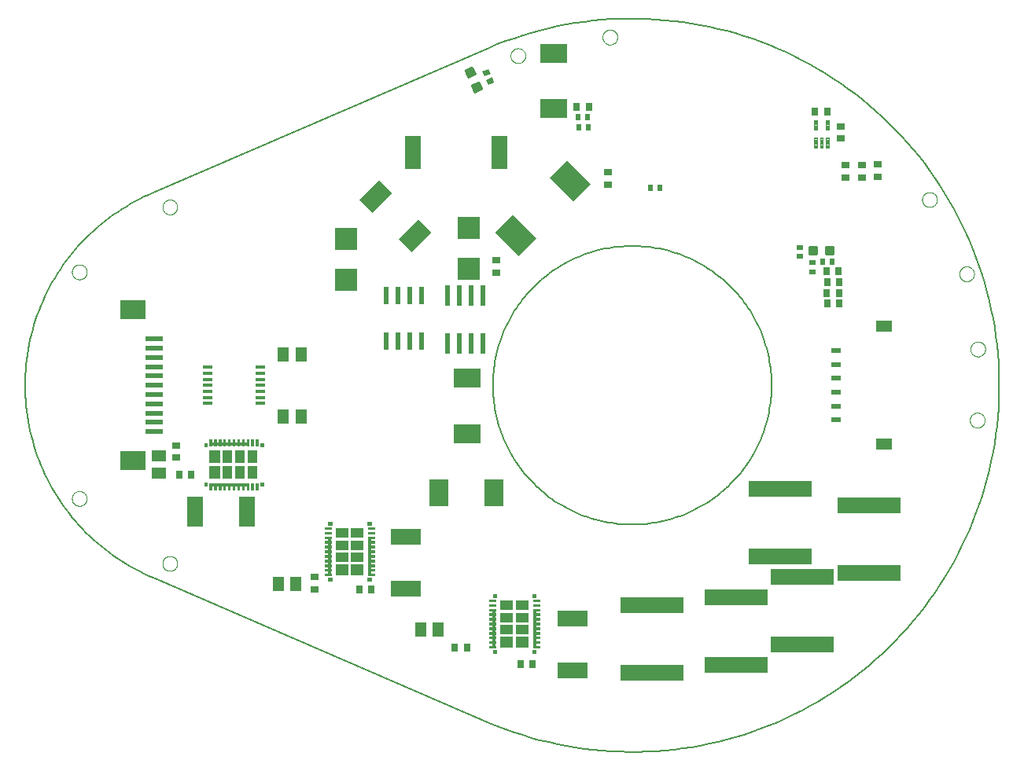
<source format=gtp>
G75*
%MOIN*%
%OFA0B0*%
%FSLAX25Y25*%
%IPPOS*%
%LPD*%
%AMOC8*
5,1,8,0,0,1.08239X$1,22.5*
%
%ADD10C,0.00600*%
%ADD11C,0.00000*%
%ADD12R,0.02200X0.07800*%
%ADD13R,0.07874X0.11811*%
%ADD14R,0.02756X0.03543*%
%ADD15R,0.03543X0.02756*%
%ADD16R,0.11811X0.07874*%
%ADD17R,0.09449X0.09449*%
%ADD18C,0.01181*%
%ADD19R,0.02756X0.02362*%
%ADD20R,0.12598X0.07087*%
%ADD21R,0.02362X0.02756*%
%ADD22R,0.05118X0.05906*%
%ADD23R,0.05906X0.05118*%
%ADD24R,0.07087X0.12598*%
%ADD25R,0.07087X0.14173*%
%ADD26R,0.05547X0.04457*%
%ADD27R,0.05545X0.04560*%
%ADD28R,0.05546X0.04405*%
%ADD29R,0.05543X0.04303*%
%ADD30R,0.05658X0.04309*%
%ADD31R,0.05646X0.04403*%
%ADD32R,0.05651X0.04490*%
%ADD33R,0.05646X0.04568*%
%ADD34R,0.01517X0.15397*%
%ADD35R,0.01245X0.15414*%
%ADD36C,0.00148*%
%ADD37C,0.00221*%
%ADD38R,0.04457X0.05547*%
%ADD39R,0.04560X0.05545*%
%ADD40R,0.04405X0.05546*%
%ADD41R,0.04303X0.05543*%
%ADD42R,0.04309X0.05658*%
%ADD43R,0.04403X0.05646*%
%ADD44R,0.04490X0.05651*%
%ADD45R,0.04568X0.05646*%
%ADD46R,0.15397X0.01517*%
%ADD47R,0.15414X0.01245*%
%ADD48R,0.11024X0.08268*%
%ADD49R,0.07480X0.02362*%
%ADD50C,0.00394*%
%ADD51R,0.27165X0.07087*%
%ADD52R,0.03937X0.01378*%
%ADD53R,0.03937X0.02362*%
%ADD54R,0.07087X0.04921*%
%ADD55R,0.02362X0.08661*%
%ADD56R,0.10630X0.14173*%
D10*
X0074829Y0081354D02*
X0216915Y0019962D01*
X0216915Y0019961D02*
X0220440Y0018516D01*
X0223999Y0017157D01*
X0227591Y0015886D01*
X0231212Y0014703D01*
X0234862Y0013609D01*
X0238537Y0012605D01*
X0242236Y0011692D01*
X0245956Y0010869D01*
X0249695Y0010137D01*
X0253450Y0009498D01*
X0257221Y0008950D01*
X0261003Y0008496D01*
X0264796Y0008133D01*
X0268597Y0007864D01*
X0272402Y0007689D01*
X0276211Y0007606D01*
X0280021Y0007617D01*
X0283830Y0007721D01*
X0287634Y0007918D01*
X0291433Y0008209D01*
X0295224Y0008592D01*
X0299004Y0009068D01*
X0302771Y0009637D01*
X0306523Y0010298D01*
X0310258Y0011050D01*
X0313973Y0011894D01*
X0317667Y0012828D01*
X0321336Y0013853D01*
X0324980Y0014967D01*
X0328595Y0016171D01*
X0332179Y0017462D01*
X0335731Y0018841D01*
X0339247Y0020306D01*
X0342727Y0021857D01*
X0346168Y0023493D01*
X0349568Y0025213D01*
X0352924Y0027015D01*
X0356236Y0028900D01*
X0359500Y0030864D01*
X0362715Y0032908D01*
X0365879Y0035031D01*
X0368990Y0037230D01*
X0372046Y0039504D01*
X0375046Y0041853D01*
X0377987Y0044275D01*
X0380868Y0046768D01*
X0383688Y0049331D01*
X0386443Y0051962D01*
X0389133Y0054660D01*
X0391757Y0057423D01*
X0394311Y0060249D01*
X0396796Y0063137D01*
X0399210Y0066085D01*
X0401550Y0069091D01*
X0403816Y0072154D01*
X0406006Y0075271D01*
X0408120Y0078441D01*
X0410155Y0081662D01*
X0412110Y0084932D01*
X0413985Y0088249D01*
X0415778Y0091610D01*
X0417488Y0095015D01*
X0419114Y0098460D01*
X0420656Y0101944D01*
X0422111Y0105465D01*
X0423480Y0109021D01*
X0424761Y0112609D01*
X0425954Y0116227D01*
X0427058Y0119873D01*
X0428073Y0123546D01*
X0428997Y0127242D01*
X0429830Y0130960D01*
X0430572Y0134697D01*
X0431222Y0138451D01*
X0431780Y0142219D01*
X0432246Y0146001D01*
X0432619Y0149792D01*
X0432898Y0153592D01*
X0433085Y0157397D01*
X0433178Y0161206D01*
X0433178Y0165016D01*
X0433085Y0168825D01*
X0432898Y0172630D01*
X0432619Y0176430D01*
X0432246Y0180221D01*
X0431780Y0184003D01*
X0431222Y0187771D01*
X0430572Y0191525D01*
X0429830Y0195262D01*
X0428997Y0198980D01*
X0428073Y0202676D01*
X0427058Y0206349D01*
X0425954Y0209995D01*
X0424761Y0213613D01*
X0423480Y0217201D01*
X0422111Y0220757D01*
X0420656Y0224278D01*
X0419114Y0227762D01*
X0417488Y0231207D01*
X0415778Y0234612D01*
X0413985Y0237973D01*
X0412110Y0241290D01*
X0410155Y0244560D01*
X0408120Y0247781D01*
X0406006Y0250951D01*
X0403816Y0254068D01*
X0401550Y0257131D01*
X0399210Y0260137D01*
X0396796Y0263085D01*
X0394311Y0265973D01*
X0391757Y0268799D01*
X0389133Y0271562D01*
X0386443Y0274260D01*
X0383688Y0276891D01*
X0380868Y0279454D01*
X0377987Y0281947D01*
X0375046Y0284369D01*
X0372046Y0286718D01*
X0368990Y0288992D01*
X0365879Y0291191D01*
X0362715Y0293314D01*
X0359500Y0295358D01*
X0356236Y0297322D01*
X0352924Y0299207D01*
X0349568Y0301009D01*
X0346168Y0302729D01*
X0342727Y0304365D01*
X0339247Y0305916D01*
X0335731Y0307381D01*
X0332179Y0308760D01*
X0328595Y0310051D01*
X0324980Y0311255D01*
X0321336Y0312369D01*
X0317667Y0313394D01*
X0313973Y0314328D01*
X0310258Y0315172D01*
X0306523Y0315924D01*
X0302771Y0316585D01*
X0299004Y0317154D01*
X0295224Y0317630D01*
X0291433Y0318013D01*
X0287634Y0318304D01*
X0283830Y0318501D01*
X0280021Y0318605D01*
X0276211Y0318616D01*
X0272402Y0318533D01*
X0268597Y0318358D01*
X0264796Y0318089D01*
X0261003Y0317726D01*
X0257221Y0317272D01*
X0253450Y0316724D01*
X0249695Y0316085D01*
X0245956Y0315353D01*
X0242236Y0314530D01*
X0238537Y0313617D01*
X0234862Y0312613D01*
X0231212Y0311519D01*
X0227591Y0310336D01*
X0223999Y0309065D01*
X0220440Y0307706D01*
X0216915Y0306261D01*
X0216915Y0306260D02*
X0074829Y0244868D01*
X0072837Y0244008D01*
X0070866Y0243100D01*
X0068919Y0242144D01*
X0066995Y0241141D01*
X0065097Y0240090D01*
X0063225Y0238994D01*
X0061380Y0237852D01*
X0059564Y0236665D01*
X0057777Y0235434D01*
X0056022Y0234159D01*
X0054298Y0232842D01*
X0052606Y0231483D01*
X0050949Y0230084D01*
X0049326Y0228644D01*
X0047739Y0227164D01*
X0046188Y0225647D01*
X0044676Y0224091D01*
X0043202Y0222499D01*
X0041767Y0220872D01*
X0040372Y0219210D01*
X0039019Y0217514D01*
X0037708Y0215786D01*
X0036439Y0214026D01*
X0035214Y0212235D01*
X0034033Y0210415D01*
X0032897Y0208567D01*
X0031806Y0206691D01*
X0030762Y0204789D01*
X0029765Y0202862D01*
X0028815Y0200912D01*
X0027914Y0198938D01*
X0027060Y0196944D01*
X0026256Y0194928D01*
X0025502Y0192894D01*
X0024798Y0190842D01*
X0024144Y0188774D01*
X0023541Y0186689D01*
X0022989Y0184591D01*
X0022488Y0182480D01*
X0022040Y0180357D01*
X0021644Y0178224D01*
X0021300Y0176082D01*
X0021008Y0173932D01*
X0020770Y0171776D01*
X0020584Y0169614D01*
X0020451Y0167449D01*
X0020372Y0165280D01*
X0020345Y0163111D01*
X0020372Y0160942D01*
X0020451Y0158773D01*
X0020584Y0156608D01*
X0020770Y0154446D01*
X0021008Y0152290D01*
X0021300Y0150140D01*
X0021644Y0147998D01*
X0022040Y0145865D01*
X0022488Y0143742D01*
X0022989Y0141631D01*
X0023541Y0139533D01*
X0024144Y0137448D01*
X0024798Y0135380D01*
X0025502Y0133328D01*
X0026256Y0131294D01*
X0027060Y0129278D01*
X0027914Y0127284D01*
X0028815Y0125310D01*
X0029765Y0123360D01*
X0030762Y0121433D01*
X0031806Y0119531D01*
X0032897Y0117655D01*
X0034033Y0115807D01*
X0035214Y0113987D01*
X0036439Y0112196D01*
X0037708Y0110436D01*
X0039019Y0108708D01*
X0040372Y0107012D01*
X0041767Y0105350D01*
X0043202Y0103723D01*
X0044676Y0102131D01*
X0046188Y0100575D01*
X0047739Y0099058D01*
X0049326Y0097578D01*
X0050949Y0096138D01*
X0052606Y0094739D01*
X0054298Y0093380D01*
X0056022Y0092063D01*
X0057777Y0090788D01*
X0059564Y0089557D01*
X0061380Y0088370D01*
X0063225Y0087228D01*
X0065097Y0086132D01*
X0066995Y0085081D01*
X0068919Y0084078D01*
X0070866Y0083122D01*
X0072837Y0082214D01*
X0074829Y0081354D01*
X0218623Y0163111D02*
X0218641Y0164560D01*
X0218694Y0166009D01*
X0218783Y0167455D01*
X0218907Y0168899D01*
X0219067Y0170340D01*
X0219262Y0171776D01*
X0219492Y0173207D01*
X0219758Y0174632D01*
X0220058Y0176050D01*
X0220393Y0177460D01*
X0220762Y0178862D01*
X0221166Y0180254D01*
X0221604Y0181635D01*
X0222075Y0183006D01*
X0222580Y0184365D01*
X0223118Y0185710D01*
X0223689Y0187043D01*
X0224293Y0188360D01*
X0224929Y0189663D01*
X0225596Y0190949D01*
X0226295Y0192219D01*
X0227025Y0193471D01*
X0227785Y0194705D01*
X0228576Y0195920D01*
X0229396Y0197115D01*
X0230245Y0198290D01*
X0231122Y0199444D01*
X0232028Y0200575D01*
X0232961Y0201684D01*
X0233921Y0202770D01*
X0234908Y0203832D01*
X0235920Y0204869D01*
X0236957Y0205881D01*
X0238019Y0206868D01*
X0239105Y0207828D01*
X0240214Y0208761D01*
X0241345Y0209667D01*
X0242499Y0210544D01*
X0243674Y0211393D01*
X0244869Y0212213D01*
X0246084Y0213004D01*
X0247318Y0213764D01*
X0248570Y0214494D01*
X0249840Y0215193D01*
X0251126Y0215860D01*
X0252429Y0216496D01*
X0253746Y0217100D01*
X0255079Y0217671D01*
X0256424Y0218209D01*
X0257783Y0218714D01*
X0259154Y0219185D01*
X0260535Y0219623D01*
X0261927Y0220027D01*
X0263329Y0220396D01*
X0264739Y0220731D01*
X0266157Y0221031D01*
X0267582Y0221297D01*
X0269013Y0221527D01*
X0270449Y0221722D01*
X0271890Y0221882D01*
X0273334Y0222006D01*
X0274780Y0222095D01*
X0276229Y0222148D01*
X0277678Y0222166D01*
X0279127Y0222148D01*
X0280576Y0222095D01*
X0282022Y0222006D01*
X0283466Y0221882D01*
X0284907Y0221722D01*
X0286343Y0221527D01*
X0287774Y0221297D01*
X0289199Y0221031D01*
X0290617Y0220731D01*
X0292027Y0220396D01*
X0293429Y0220027D01*
X0294821Y0219623D01*
X0296202Y0219185D01*
X0297573Y0218714D01*
X0298932Y0218209D01*
X0300277Y0217671D01*
X0301610Y0217100D01*
X0302927Y0216496D01*
X0304230Y0215860D01*
X0305516Y0215193D01*
X0306786Y0214494D01*
X0308038Y0213764D01*
X0309272Y0213004D01*
X0310487Y0212213D01*
X0311682Y0211393D01*
X0312857Y0210544D01*
X0314011Y0209667D01*
X0315142Y0208761D01*
X0316251Y0207828D01*
X0317337Y0206868D01*
X0318399Y0205881D01*
X0319436Y0204869D01*
X0320448Y0203832D01*
X0321435Y0202770D01*
X0322395Y0201684D01*
X0323328Y0200575D01*
X0324234Y0199444D01*
X0325111Y0198290D01*
X0325960Y0197115D01*
X0326780Y0195920D01*
X0327571Y0194705D01*
X0328331Y0193471D01*
X0329061Y0192219D01*
X0329760Y0190949D01*
X0330427Y0189663D01*
X0331063Y0188360D01*
X0331667Y0187043D01*
X0332238Y0185710D01*
X0332776Y0184365D01*
X0333281Y0183006D01*
X0333752Y0181635D01*
X0334190Y0180254D01*
X0334594Y0178862D01*
X0334963Y0177460D01*
X0335298Y0176050D01*
X0335598Y0174632D01*
X0335864Y0173207D01*
X0336094Y0171776D01*
X0336289Y0170340D01*
X0336449Y0168899D01*
X0336573Y0167455D01*
X0336662Y0166009D01*
X0336715Y0164560D01*
X0336733Y0163111D01*
X0336715Y0161662D01*
X0336662Y0160213D01*
X0336573Y0158767D01*
X0336449Y0157323D01*
X0336289Y0155882D01*
X0336094Y0154446D01*
X0335864Y0153015D01*
X0335598Y0151590D01*
X0335298Y0150172D01*
X0334963Y0148762D01*
X0334594Y0147360D01*
X0334190Y0145968D01*
X0333752Y0144587D01*
X0333281Y0143216D01*
X0332776Y0141857D01*
X0332238Y0140512D01*
X0331667Y0139179D01*
X0331063Y0137862D01*
X0330427Y0136559D01*
X0329760Y0135273D01*
X0329061Y0134003D01*
X0328331Y0132751D01*
X0327571Y0131517D01*
X0326780Y0130302D01*
X0325960Y0129107D01*
X0325111Y0127932D01*
X0324234Y0126778D01*
X0323328Y0125647D01*
X0322395Y0124538D01*
X0321435Y0123452D01*
X0320448Y0122390D01*
X0319436Y0121353D01*
X0318399Y0120341D01*
X0317337Y0119354D01*
X0316251Y0118394D01*
X0315142Y0117461D01*
X0314011Y0116555D01*
X0312857Y0115678D01*
X0311682Y0114829D01*
X0310487Y0114009D01*
X0309272Y0113218D01*
X0308038Y0112458D01*
X0306786Y0111728D01*
X0305516Y0111029D01*
X0304230Y0110362D01*
X0302927Y0109726D01*
X0301610Y0109122D01*
X0300277Y0108551D01*
X0298932Y0108013D01*
X0297573Y0107508D01*
X0296202Y0107037D01*
X0294821Y0106599D01*
X0293429Y0106195D01*
X0292027Y0105826D01*
X0290617Y0105491D01*
X0289199Y0105191D01*
X0287774Y0104925D01*
X0286343Y0104695D01*
X0284907Y0104500D01*
X0283466Y0104340D01*
X0282022Y0104216D01*
X0280576Y0104127D01*
X0279127Y0104074D01*
X0277678Y0104056D01*
X0276229Y0104074D01*
X0274780Y0104127D01*
X0273334Y0104216D01*
X0271890Y0104340D01*
X0270449Y0104500D01*
X0269013Y0104695D01*
X0267582Y0104925D01*
X0266157Y0105191D01*
X0264739Y0105491D01*
X0263329Y0105826D01*
X0261927Y0106195D01*
X0260535Y0106599D01*
X0259154Y0107037D01*
X0257783Y0107508D01*
X0256424Y0108013D01*
X0255079Y0108551D01*
X0253746Y0109122D01*
X0252429Y0109726D01*
X0251126Y0110362D01*
X0249840Y0111029D01*
X0248570Y0111728D01*
X0247318Y0112458D01*
X0246084Y0113218D01*
X0244869Y0114009D01*
X0243674Y0114829D01*
X0242499Y0115678D01*
X0241345Y0116555D01*
X0240214Y0117461D01*
X0239105Y0118394D01*
X0238019Y0119354D01*
X0236957Y0120341D01*
X0235920Y0121353D01*
X0234908Y0122390D01*
X0233921Y0123452D01*
X0232961Y0124538D01*
X0232028Y0125647D01*
X0231122Y0126778D01*
X0230245Y0127932D01*
X0229396Y0129107D01*
X0228576Y0130302D01*
X0227785Y0131517D01*
X0227025Y0132751D01*
X0226295Y0134003D01*
X0225596Y0135273D01*
X0224929Y0136559D01*
X0224293Y0137862D01*
X0223689Y0139179D01*
X0223118Y0140512D01*
X0222580Y0141857D01*
X0222075Y0143216D01*
X0221604Y0144587D01*
X0221166Y0145968D01*
X0220762Y0147360D01*
X0220393Y0148762D01*
X0220058Y0150172D01*
X0219758Y0151590D01*
X0219492Y0153015D01*
X0219262Y0154446D01*
X0219067Y0155882D01*
X0218907Y0157323D01*
X0218783Y0158767D01*
X0218694Y0160213D01*
X0218641Y0161662D01*
X0218623Y0163111D01*
D11*
X0078544Y0087520D02*
X0078546Y0087632D01*
X0078552Y0087743D01*
X0078562Y0087855D01*
X0078576Y0087966D01*
X0078593Y0088076D01*
X0078615Y0088186D01*
X0078641Y0088295D01*
X0078670Y0088403D01*
X0078703Y0088509D01*
X0078740Y0088615D01*
X0078781Y0088719D01*
X0078826Y0088822D01*
X0078874Y0088923D01*
X0078925Y0089022D01*
X0078980Y0089119D01*
X0079039Y0089214D01*
X0079100Y0089308D01*
X0079165Y0089399D01*
X0079234Y0089487D01*
X0079305Y0089573D01*
X0079379Y0089657D01*
X0079457Y0089737D01*
X0079537Y0089815D01*
X0079620Y0089891D01*
X0079705Y0089963D01*
X0079793Y0090032D01*
X0079883Y0090098D01*
X0079976Y0090160D01*
X0080071Y0090220D01*
X0080168Y0090276D01*
X0080266Y0090328D01*
X0080367Y0090377D01*
X0080469Y0090422D01*
X0080573Y0090464D01*
X0080678Y0090502D01*
X0080785Y0090536D01*
X0080892Y0090566D01*
X0081001Y0090593D01*
X0081110Y0090615D01*
X0081221Y0090634D01*
X0081331Y0090649D01*
X0081443Y0090660D01*
X0081554Y0090667D01*
X0081666Y0090670D01*
X0081778Y0090669D01*
X0081890Y0090664D01*
X0082001Y0090655D01*
X0082112Y0090642D01*
X0082223Y0090625D01*
X0082333Y0090605D01*
X0082442Y0090580D01*
X0082550Y0090552D01*
X0082657Y0090519D01*
X0082763Y0090483D01*
X0082867Y0090443D01*
X0082970Y0090400D01*
X0083072Y0090353D01*
X0083171Y0090302D01*
X0083269Y0090248D01*
X0083365Y0090190D01*
X0083459Y0090129D01*
X0083550Y0090065D01*
X0083639Y0089998D01*
X0083726Y0089927D01*
X0083810Y0089853D01*
X0083892Y0089777D01*
X0083970Y0089697D01*
X0084046Y0089615D01*
X0084119Y0089530D01*
X0084189Y0089443D01*
X0084255Y0089353D01*
X0084319Y0089261D01*
X0084379Y0089167D01*
X0084436Y0089071D01*
X0084489Y0088972D01*
X0084539Y0088872D01*
X0084585Y0088771D01*
X0084628Y0088667D01*
X0084667Y0088562D01*
X0084702Y0088456D01*
X0084733Y0088349D01*
X0084761Y0088240D01*
X0084784Y0088131D01*
X0084804Y0088021D01*
X0084820Y0087910D01*
X0084832Y0087799D01*
X0084840Y0087688D01*
X0084844Y0087576D01*
X0084844Y0087464D01*
X0084840Y0087352D01*
X0084832Y0087241D01*
X0084820Y0087130D01*
X0084804Y0087019D01*
X0084784Y0086909D01*
X0084761Y0086800D01*
X0084733Y0086691D01*
X0084702Y0086584D01*
X0084667Y0086478D01*
X0084628Y0086373D01*
X0084585Y0086269D01*
X0084539Y0086168D01*
X0084489Y0086068D01*
X0084436Y0085969D01*
X0084379Y0085873D01*
X0084319Y0085779D01*
X0084255Y0085687D01*
X0084189Y0085597D01*
X0084119Y0085510D01*
X0084046Y0085425D01*
X0083970Y0085343D01*
X0083892Y0085263D01*
X0083810Y0085187D01*
X0083726Y0085113D01*
X0083639Y0085042D01*
X0083550Y0084975D01*
X0083459Y0084911D01*
X0083365Y0084850D01*
X0083269Y0084792D01*
X0083171Y0084738D01*
X0083072Y0084687D01*
X0082970Y0084640D01*
X0082867Y0084597D01*
X0082763Y0084557D01*
X0082657Y0084521D01*
X0082550Y0084488D01*
X0082442Y0084460D01*
X0082333Y0084435D01*
X0082223Y0084415D01*
X0082112Y0084398D01*
X0082001Y0084385D01*
X0081890Y0084376D01*
X0081778Y0084371D01*
X0081666Y0084370D01*
X0081554Y0084373D01*
X0081443Y0084380D01*
X0081331Y0084391D01*
X0081221Y0084406D01*
X0081110Y0084425D01*
X0081001Y0084447D01*
X0080892Y0084474D01*
X0080785Y0084504D01*
X0080678Y0084538D01*
X0080573Y0084576D01*
X0080469Y0084618D01*
X0080367Y0084663D01*
X0080266Y0084712D01*
X0080168Y0084764D01*
X0080071Y0084820D01*
X0079976Y0084880D01*
X0079883Y0084942D01*
X0079793Y0085008D01*
X0079705Y0085077D01*
X0079620Y0085149D01*
X0079537Y0085225D01*
X0079457Y0085303D01*
X0079379Y0085383D01*
X0079305Y0085467D01*
X0079234Y0085553D01*
X0079165Y0085641D01*
X0079100Y0085732D01*
X0079039Y0085826D01*
X0078980Y0085921D01*
X0078925Y0086018D01*
X0078874Y0086117D01*
X0078826Y0086218D01*
X0078781Y0086321D01*
X0078740Y0086425D01*
X0078703Y0086531D01*
X0078670Y0086637D01*
X0078641Y0086745D01*
X0078615Y0086854D01*
X0078593Y0086964D01*
X0078576Y0087074D01*
X0078562Y0087185D01*
X0078552Y0087297D01*
X0078546Y0087408D01*
X0078544Y0087520D01*
X0040197Y0115080D02*
X0040199Y0115192D01*
X0040205Y0115303D01*
X0040215Y0115415D01*
X0040229Y0115526D01*
X0040246Y0115636D01*
X0040268Y0115746D01*
X0040294Y0115855D01*
X0040323Y0115963D01*
X0040356Y0116069D01*
X0040393Y0116175D01*
X0040434Y0116279D01*
X0040479Y0116382D01*
X0040527Y0116483D01*
X0040578Y0116582D01*
X0040633Y0116679D01*
X0040692Y0116774D01*
X0040753Y0116868D01*
X0040818Y0116959D01*
X0040887Y0117047D01*
X0040958Y0117133D01*
X0041032Y0117217D01*
X0041110Y0117297D01*
X0041190Y0117375D01*
X0041273Y0117451D01*
X0041358Y0117523D01*
X0041446Y0117592D01*
X0041536Y0117658D01*
X0041629Y0117720D01*
X0041724Y0117780D01*
X0041821Y0117836D01*
X0041919Y0117888D01*
X0042020Y0117937D01*
X0042122Y0117982D01*
X0042226Y0118024D01*
X0042331Y0118062D01*
X0042438Y0118096D01*
X0042545Y0118126D01*
X0042654Y0118153D01*
X0042763Y0118175D01*
X0042874Y0118194D01*
X0042984Y0118209D01*
X0043096Y0118220D01*
X0043207Y0118227D01*
X0043319Y0118230D01*
X0043431Y0118229D01*
X0043543Y0118224D01*
X0043654Y0118215D01*
X0043765Y0118202D01*
X0043876Y0118185D01*
X0043986Y0118165D01*
X0044095Y0118140D01*
X0044203Y0118112D01*
X0044310Y0118079D01*
X0044416Y0118043D01*
X0044520Y0118003D01*
X0044623Y0117960D01*
X0044725Y0117913D01*
X0044824Y0117862D01*
X0044922Y0117808D01*
X0045018Y0117750D01*
X0045112Y0117689D01*
X0045203Y0117625D01*
X0045292Y0117558D01*
X0045379Y0117487D01*
X0045463Y0117413D01*
X0045545Y0117337D01*
X0045623Y0117257D01*
X0045699Y0117175D01*
X0045772Y0117090D01*
X0045842Y0117003D01*
X0045908Y0116913D01*
X0045972Y0116821D01*
X0046032Y0116727D01*
X0046089Y0116631D01*
X0046142Y0116532D01*
X0046192Y0116432D01*
X0046238Y0116331D01*
X0046281Y0116227D01*
X0046320Y0116122D01*
X0046355Y0116016D01*
X0046386Y0115909D01*
X0046414Y0115800D01*
X0046437Y0115691D01*
X0046457Y0115581D01*
X0046473Y0115470D01*
X0046485Y0115359D01*
X0046493Y0115248D01*
X0046497Y0115136D01*
X0046497Y0115024D01*
X0046493Y0114912D01*
X0046485Y0114801D01*
X0046473Y0114690D01*
X0046457Y0114579D01*
X0046437Y0114469D01*
X0046414Y0114360D01*
X0046386Y0114251D01*
X0046355Y0114144D01*
X0046320Y0114038D01*
X0046281Y0113933D01*
X0046238Y0113829D01*
X0046192Y0113728D01*
X0046142Y0113628D01*
X0046089Y0113529D01*
X0046032Y0113433D01*
X0045972Y0113339D01*
X0045908Y0113247D01*
X0045842Y0113157D01*
X0045772Y0113070D01*
X0045699Y0112985D01*
X0045623Y0112903D01*
X0045545Y0112823D01*
X0045463Y0112747D01*
X0045379Y0112673D01*
X0045292Y0112602D01*
X0045203Y0112535D01*
X0045112Y0112471D01*
X0045018Y0112410D01*
X0044922Y0112352D01*
X0044824Y0112298D01*
X0044725Y0112247D01*
X0044623Y0112200D01*
X0044520Y0112157D01*
X0044416Y0112117D01*
X0044310Y0112081D01*
X0044203Y0112048D01*
X0044095Y0112020D01*
X0043986Y0111995D01*
X0043876Y0111975D01*
X0043765Y0111958D01*
X0043654Y0111945D01*
X0043543Y0111936D01*
X0043431Y0111931D01*
X0043319Y0111930D01*
X0043207Y0111933D01*
X0043096Y0111940D01*
X0042984Y0111951D01*
X0042874Y0111966D01*
X0042763Y0111985D01*
X0042654Y0112007D01*
X0042545Y0112034D01*
X0042438Y0112064D01*
X0042331Y0112098D01*
X0042226Y0112136D01*
X0042122Y0112178D01*
X0042020Y0112223D01*
X0041919Y0112272D01*
X0041821Y0112324D01*
X0041724Y0112380D01*
X0041629Y0112440D01*
X0041536Y0112502D01*
X0041446Y0112568D01*
X0041358Y0112637D01*
X0041273Y0112709D01*
X0041190Y0112785D01*
X0041110Y0112863D01*
X0041032Y0112943D01*
X0040958Y0113027D01*
X0040887Y0113113D01*
X0040818Y0113201D01*
X0040753Y0113292D01*
X0040692Y0113386D01*
X0040633Y0113481D01*
X0040578Y0113578D01*
X0040527Y0113677D01*
X0040479Y0113778D01*
X0040434Y0113881D01*
X0040393Y0113985D01*
X0040356Y0114091D01*
X0040323Y0114197D01*
X0040294Y0114305D01*
X0040268Y0114414D01*
X0040246Y0114524D01*
X0040229Y0114634D01*
X0040215Y0114745D01*
X0040205Y0114857D01*
X0040199Y0114968D01*
X0040197Y0115080D01*
X0040197Y0211143D02*
X0040199Y0211255D01*
X0040205Y0211366D01*
X0040215Y0211478D01*
X0040229Y0211589D01*
X0040246Y0211699D01*
X0040268Y0211809D01*
X0040294Y0211918D01*
X0040323Y0212026D01*
X0040356Y0212132D01*
X0040393Y0212238D01*
X0040434Y0212342D01*
X0040479Y0212445D01*
X0040527Y0212546D01*
X0040578Y0212645D01*
X0040633Y0212742D01*
X0040692Y0212837D01*
X0040753Y0212931D01*
X0040818Y0213022D01*
X0040887Y0213110D01*
X0040958Y0213196D01*
X0041032Y0213280D01*
X0041110Y0213360D01*
X0041190Y0213438D01*
X0041273Y0213514D01*
X0041358Y0213586D01*
X0041446Y0213655D01*
X0041536Y0213721D01*
X0041629Y0213783D01*
X0041724Y0213843D01*
X0041821Y0213899D01*
X0041919Y0213951D01*
X0042020Y0214000D01*
X0042122Y0214045D01*
X0042226Y0214087D01*
X0042331Y0214125D01*
X0042438Y0214159D01*
X0042545Y0214189D01*
X0042654Y0214216D01*
X0042763Y0214238D01*
X0042874Y0214257D01*
X0042984Y0214272D01*
X0043096Y0214283D01*
X0043207Y0214290D01*
X0043319Y0214293D01*
X0043431Y0214292D01*
X0043543Y0214287D01*
X0043654Y0214278D01*
X0043765Y0214265D01*
X0043876Y0214248D01*
X0043986Y0214228D01*
X0044095Y0214203D01*
X0044203Y0214175D01*
X0044310Y0214142D01*
X0044416Y0214106D01*
X0044520Y0214066D01*
X0044623Y0214023D01*
X0044725Y0213976D01*
X0044824Y0213925D01*
X0044922Y0213871D01*
X0045018Y0213813D01*
X0045112Y0213752D01*
X0045203Y0213688D01*
X0045292Y0213621D01*
X0045379Y0213550D01*
X0045463Y0213476D01*
X0045545Y0213400D01*
X0045623Y0213320D01*
X0045699Y0213238D01*
X0045772Y0213153D01*
X0045842Y0213066D01*
X0045908Y0212976D01*
X0045972Y0212884D01*
X0046032Y0212790D01*
X0046089Y0212694D01*
X0046142Y0212595D01*
X0046192Y0212495D01*
X0046238Y0212394D01*
X0046281Y0212290D01*
X0046320Y0212185D01*
X0046355Y0212079D01*
X0046386Y0211972D01*
X0046414Y0211863D01*
X0046437Y0211754D01*
X0046457Y0211644D01*
X0046473Y0211533D01*
X0046485Y0211422D01*
X0046493Y0211311D01*
X0046497Y0211199D01*
X0046497Y0211087D01*
X0046493Y0210975D01*
X0046485Y0210864D01*
X0046473Y0210753D01*
X0046457Y0210642D01*
X0046437Y0210532D01*
X0046414Y0210423D01*
X0046386Y0210314D01*
X0046355Y0210207D01*
X0046320Y0210101D01*
X0046281Y0209996D01*
X0046238Y0209892D01*
X0046192Y0209791D01*
X0046142Y0209691D01*
X0046089Y0209592D01*
X0046032Y0209496D01*
X0045972Y0209402D01*
X0045908Y0209310D01*
X0045842Y0209220D01*
X0045772Y0209133D01*
X0045699Y0209048D01*
X0045623Y0208966D01*
X0045545Y0208886D01*
X0045463Y0208810D01*
X0045379Y0208736D01*
X0045292Y0208665D01*
X0045203Y0208598D01*
X0045112Y0208534D01*
X0045018Y0208473D01*
X0044922Y0208415D01*
X0044824Y0208361D01*
X0044725Y0208310D01*
X0044623Y0208263D01*
X0044520Y0208220D01*
X0044416Y0208180D01*
X0044310Y0208144D01*
X0044203Y0208111D01*
X0044095Y0208083D01*
X0043986Y0208058D01*
X0043876Y0208038D01*
X0043765Y0208021D01*
X0043654Y0208008D01*
X0043543Y0207999D01*
X0043431Y0207994D01*
X0043319Y0207993D01*
X0043207Y0207996D01*
X0043096Y0208003D01*
X0042984Y0208014D01*
X0042874Y0208029D01*
X0042763Y0208048D01*
X0042654Y0208070D01*
X0042545Y0208097D01*
X0042438Y0208127D01*
X0042331Y0208161D01*
X0042226Y0208199D01*
X0042122Y0208241D01*
X0042020Y0208286D01*
X0041919Y0208335D01*
X0041821Y0208387D01*
X0041724Y0208443D01*
X0041629Y0208503D01*
X0041536Y0208565D01*
X0041446Y0208631D01*
X0041358Y0208700D01*
X0041273Y0208772D01*
X0041190Y0208848D01*
X0041110Y0208926D01*
X0041032Y0209006D01*
X0040958Y0209090D01*
X0040887Y0209176D01*
X0040818Y0209264D01*
X0040753Y0209355D01*
X0040692Y0209449D01*
X0040633Y0209544D01*
X0040578Y0209641D01*
X0040527Y0209740D01*
X0040479Y0209841D01*
X0040434Y0209944D01*
X0040393Y0210048D01*
X0040356Y0210154D01*
X0040323Y0210260D01*
X0040294Y0210368D01*
X0040268Y0210477D01*
X0040246Y0210587D01*
X0040229Y0210697D01*
X0040215Y0210808D01*
X0040205Y0210920D01*
X0040199Y0211031D01*
X0040197Y0211143D01*
X0078544Y0238702D02*
X0078546Y0238814D01*
X0078552Y0238925D01*
X0078562Y0239037D01*
X0078576Y0239148D01*
X0078593Y0239258D01*
X0078615Y0239368D01*
X0078641Y0239477D01*
X0078670Y0239585D01*
X0078703Y0239691D01*
X0078740Y0239797D01*
X0078781Y0239901D01*
X0078826Y0240004D01*
X0078874Y0240105D01*
X0078925Y0240204D01*
X0078980Y0240301D01*
X0079039Y0240396D01*
X0079100Y0240490D01*
X0079165Y0240581D01*
X0079234Y0240669D01*
X0079305Y0240755D01*
X0079379Y0240839D01*
X0079457Y0240919D01*
X0079537Y0240997D01*
X0079620Y0241073D01*
X0079705Y0241145D01*
X0079793Y0241214D01*
X0079883Y0241280D01*
X0079976Y0241342D01*
X0080071Y0241402D01*
X0080168Y0241458D01*
X0080266Y0241510D01*
X0080367Y0241559D01*
X0080469Y0241604D01*
X0080573Y0241646D01*
X0080678Y0241684D01*
X0080785Y0241718D01*
X0080892Y0241748D01*
X0081001Y0241775D01*
X0081110Y0241797D01*
X0081221Y0241816D01*
X0081331Y0241831D01*
X0081443Y0241842D01*
X0081554Y0241849D01*
X0081666Y0241852D01*
X0081778Y0241851D01*
X0081890Y0241846D01*
X0082001Y0241837D01*
X0082112Y0241824D01*
X0082223Y0241807D01*
X0082333Y0241787D01*
X0082442Y0241762D01*
X0082550Y0241734D01*
X0082657Y0241701D01*
X0082763Y0241665D01*
X0082867Y0241625D01*
X0082970Y0241582D01*
X0083072Y0241535D01*
X0083171Y0241484D01*
X0083269Y0241430D01*
X0083365Y0241372D01*
X0083459Y0241311D01*
X0083550Y0241247D01*
X0083639Y0241180D01*
X0083726Y0241109D01*
X0083810Y0241035D01*
X0083892Y0240959D01*
X0083970Y0240879D01*
X0084046Y0240797D01*
X0084119Y0240712D01*
X0084189Y0240625D01*
X0084255Y0240535D01*
X0084319Y0240443D01*
X0084379Y0240349D01*
X0084436Y0240253D01*
X0084489Y0240154D01*
X0084539Y0240054D01*
X0084585Y0239953D01*
X0084628Y0239849D01*
X0084667Y0239744D01*
X0084702Y0239638D01*
X0084733Y0239531D01*
X0084761Y0239422D01*
X0084784Y0239313D01*
X0084804Y0239203D01*
X0084820Y0239092D01*
X0084832Y0238981D01*
X0084840Y0238870D01*
X0084844Y0238758D01*
X0084844Y0238646D01*
X0084840Y0238534D01*
X0084832Y0238423D01*
X0084820Y0238312D01*
X0084804Y0238201D01*
X0084784Y0238091D01*
X0084761Y0237982D01*
X0084733Y0237873D01*
X0084702Y0237766D01*
X0084667Y0237660D01*
X0084628Y0237555D01*
X0084585Y0237451D01*
X0084539Y0237350D01*
X0084489Y0237250D01*
X0084436Y0237151D01*
X0084379Y0237055D01*
X0084319Y0236961D01*
X0084255Y0236869D01*
X0084189Y0236779D01*
X0084119Y0236692D01*
X0084046Y0236607D01*
X0083970Y0236525D01*
X0083892Y0236445D01*
X0083810Y0236369D01*
X0083726Y0236295D01*
X0083639Y0236224D01*
X0083550Y0236157D01*
X0083459Y0236093D01*
X0083365Y0236032D01*
X0083269Y0235974D01*
X0083171Y0235920D01*
X0083072Y0235869D01*
X0082970Y0235822D01*
X0082867Y0235779D01*
X0082763Y0235739D01*
X0082657Y0235703D01*
X0082550Y0235670D01*
X0082442Y0235642D01*
X0082333Y0235617D01*
X0082223Y0235597D01*
X0082112Y0235580D01*
X0082001Y0235567D01*
X0081890Y0235558D01*
X0081778Y0235553D01*
X0081666Y0235552D01*
X0081554Y0235555D01*
X0081443Y0235562D01*
X0081331Y0235573D01*
X0081221Y0235588D01*
X0081110Y0235607D01*
X0081001Y0235629D01*
X0080892Y0235656D01*
X0080785Y0235686D01*
X0080678Y0235720D01*
X0080573Y0235758D01*
X0080469Y0235800D01*
X0080367Y0235845D01*
X0080266Y0235894D01*
X0080168Y0235946D01*
X0080071Y0236002D01*
X0079976Y0236062D01*
X0079883Y0236124D01*
X0079793Y0236190D01*
X0079705Y0236259D01*
X0079620Y0236331D01*
X0079537Y0236407D01*
X0079457Y0236485D01*
X0079379Y0236565D01*
X0079305Y0236649D01*
X0079234Y0236735D01*
X0079165Y0236823D01*
X0079100Y0236914D01*
X0079039Y0237008D01*
X0078980Y0237103D01*
X0078925Y0237200D01*
X0078874Y0237299D01*
X0078826Y0237400D01*
X0078781Y0237503D01*
X0078740Y0237607D01*
X0078703Y0237713D01*
X0078670Y0237819D01*
X0078641Y0237927D01*
X0078615Y0238036D01*
X0078593Y0238146D01*
X0078576Y0238256D01*
X0078562Y0238367D01*
X0078552Y0238479D01*
X0078546Y0238590D01*
X0078544Y0238702D01*
X0226103Y0302875D02*
X0226105Y0302987D01*
X0226111Y0303098D01*
X0226121Y0303210D01*
X0226135Y0303321D01*
X0226152Y0303431D01*
X0226174Y0303541D01*
X0226200Y0303650D01*
X0226229Y0303758D01*
X0226262Y0303864D01*
X0226299Y0303970D01*
X0226340Y0304074D01*
X0226385Y0304177D01*
X0226433Y0304278D01*
X0226484Y0304377D01*
X0226539Y0304474D01*
X0226598Y0304569D01*
X0226659Y0304663D01*
X0226724Y0304754D01*
X0226793Y0304842D01*
X0226864Y0304928D01*
X0226938Y0305012D01*
X0227016Y0305092D01*
X0227096Y0305170D01*
X0227179Y0305246D01*
X0227264Y0305318D01*
X0227352Y0305387D01*
X0227442Y0305453D01*
X0227535Y0305515D01*
X0227630Y0305575D01*
X0227727Y0305631D01*
X0227825Y0305683D01*
X0227926Y0305732D01*
X0228028Y0305777D01*
X0228132Y0305819D01*
X0228237Y0305857D01*
X0228344Y0305891D01*
X0228451Y0305921D01*
X0228560Y0305948D01*
X0228669Y0305970D01*
X0228780Y0305989D01*
X0228890Y0306004D01*
X0229002Y0306015D01*
X0229113Y0306022D01*
X0229225Y0306025D01*
X0229337Y0306024D01*
X0229449Y0306019D01*
X0229560Y0306010D01*
X0229671Y0305997D01*
X0229782Y0305980D01*
X0229892Y0305960D01*
X0230001Y0305935D01*
X0230109Y0305907D01*
X0230216Y0305874D01*
X0230322Y0305838D01*
X0230426Y0305798D01*
X0230529Y0305755D01*
X0230631Y0305708D01*
X0230730Y0305657D01*
X0230828Y0305603D01*
X0230924Y0305545D01*
X0231018Y0305484D01*
X0231109Y0305420D01*
X0231198Y0305353D01*
X0231285Y0305282D01*
X0231369Y0305208D01*
X0231451Y0305132D01*
X0231529Y0305052D01*
X0231605Y0304970D01*
X0231678Y0304885D01*
X0231748Y0304798D01*
X0231814Y0304708D01*
X0231878Y0304616D01*
X0231938Y0304522D01*
X0231995Y0304426D01*
X0232048Y0304327D01*
X0232098Y0304227D01*
X0232144Y0304126D01*
X0232187Y0304022D01*
X0232226Y0303917D01*
X0232261Y0303811D01*
X0232292Y0303704D01*
X0232320Y0303595D01*
X0232343Y0303486D01*
X0232363Y0303376D01*
X0232379Y0303265D01*
X0232391Y0303154D01*
X0232399Y0303043D01*
X0232403Y0302931D01*
X0232403Y0302819D01*
X0232399Y0302707D01*
X0232391Y0302596D01*
X0232379Y0302485D01*
X0232363Y0302374D01*
X0232343Y0302264D01*
X0232320Y0302155D01*
X0232292Y0302046D01*
X0232261Y0301939D01*
X0232226Y0301833D01*
X0232187Y0301728D01*
X0232144Y0301624D01*
X0232098Y0301523D01*
X0232048Y0301423D01*
X0231995Y0301324D01*
X0231938Y0301228D01*
X0231878Y0301134D01*
X0231814Y0301042D01*
X0231748Y0300952D01*
X0231678Y0300865D01*
X0231605Y0300780D01*
X0231529Y0300698D01*
X0231451Y0300618D01*
X0231369Y0300542D01*
X0231285Y0300468D01*
X0231198Y0300397D01*
X0231109Y0300330D01*
X0231018Y0300266D01*
X0230924Y0300205D01*
X0230828Y0300147D01*
X0230730Y0300093D01*
X0230631Y0300042D01*
X0230529Y0299995D01*
X0230426Y0299952D01*
X0230322Y0299912D01*
X0230216Y0299876D01*
X0230109Y0299843D01*
X0230001Y0299815D01*
X0229892Y0299790D01*
X0229782Y0299770D01*
X0229671Y0299753D01*
X0229560Y0299740D01*
X0229449Y0299731D01*
X0229337Y0299726D01*
X0229225Y0299725D01*
X0229113Y0299728D01*
X0229002Y0299735D01*
X0228890Y0299746D01*
X0228780Y0299761D01*
X0228669Y0299780D01*
X0228560Y0299802D01*
X0228451Y0299829D01*
X0228344Y0299859D01*
X0228237Y0299893D01*
X0228132Y0299931D01*
X0228028Y0299973D01*
X0227926Y0300018D01*
X0227825Y0300067D01*
X0227727Y0300119D01*
X0227630Y0300175D01*
X0227535Y0300235D01*
X0227442Y0300297D01*
X0227352Y0300363D01*
X0227264Y0300432D01*
X0227179Y0300504D01*
X0227096Y0300580D01*
X0227016Y0300658D01*
X0226938Y0300738D01*
X0226864Y0300822D01*
X0226793Y0300908D01*
X0226724Y0300996D01*
X0226659Y0301087D01*
X0226598Y0301181D01*
X0226539Y0301276D01*
X0226484Y0301373D01*
X0226433Y0301472D01*
X0226385Y0301573D01*
X0226340Y0301676D01*
X0226299Y0301780D01*
X0226262Y0301886D01*
X0226229Y0301992D01*
X0226200Y0302100D01*
X0226174Y0302209D01*
X0226152Y0302319D01*
X0226135Y0302429D01*
X0226121Y0302540D01*
X0226111Y0302652D01*
X0226105Y0302763D01*
X0226103Y0302875D01*
X0265079Y0310749D02*
X0265081Y0310861D01*
X0265087Y0310972D01*
X0265097Y0311084D01*
X0265111Y0311195D01*
X0265128Y0311305D01*
X0265150Y0311415D01*
X0265176Y0311524D01*
X0265205Y0311632D01*
X0265238Y0311738D01*
X0265275Y0311844D01*
X0265316Y0311948D01*
X0265361Y0312051D01*
X0265409Y0312152D01*
X0265460Y0312251D01*
X0265515Y0312348D01*
X0265574Y0312443D01*
X0265635Y0312537D01*
X0265700Y0312628D01*
X0265769Y0312716D01*
X0265840Y0312802D01*
X0265914Y0312886D01*
X0265992Y0312966D01*
X0266072Y0313044D01*
X0266155Y0313120D01*
X0266240Y0313192D01*
X0266328Y0313261D01*
X0266418Y0313327D01*
X0266511Y0313389D01*
X0266606Y0313449D01*
X0266703Y0313505D01*
X0266801Y0313557D01*
X0266902Y0313606D01*
X0267004Y0313651D01*
X0267108Y0313693D01*
X0267213Y0313731D01*
X0267320Y0313765D01*
X0267427Y0313795D01*
X0267536Y0313822D01*
X0267645Y0313844D01*
X0267756Y0313863D01*
X0267866Y0313878D01*
X0267978Y0313889D01*
X0268089Y0313896D01*
X0268201Y0313899D01*
X0268313Y0313898D01*
X0268425Y0313893D01*
X0268536Y0313884D01*
X0268647Y0313871D01*
X0268758Y0313854D01*
X0268868Y0313834D01*
X0268977Y0313809D01*
X0269085Y0313781D01*
X0269192Y0313748D01*
X0269298Y0313712D01*
X0269402Y0313672D01*
X0269505Y0313629D01*
X0269607Y0313582D01*
X0269706Y0313531D01*
X0269804Y0313477D01*
X0269900Y0313419D01*
X0269994Y0313358D01*
X0270085Y0313294D01*
X0270174Y0313227D01*
X0270261Y0313156D01*
X0270345Y0313082D01*
X0270427Y0313006D01*
X0270505Y0312926D01*
X0270581Y0312844D01*
X0270654Y0312759D01*
X0270724Y0312672D01*
X0270790Y0312582D01*
X0270854Y0312490D01*
X0270914Y0312396D01*
X0270971Y0312300D01*
X0271024Y0312201D01*
X0271074Y0312101D01*
X0271120Y0312000D01*
X0271163Y0311896D01*
X0271202Y0311791D01*
X0271237Y0311685D01*
X0271268Y0311578D01*
X0271296Y0311469D01*
X0271319Y0311360D01*
X0271339Y0311250D01*
X0271355Y0311139D01*
X0271367Y0311028D01*
X0271375Y0310917D01*
X0271379Y0310805D01*
X0271379Y0310693D01*
X0271375Y0310581D01*
X0271367Y0310470D01*
X0271355Y0310359D01*
X0271339Y0310248D01*
X0271319Y0310138D01*
X0271296Y0310029D01*
X0271268Y0309920D01*
X0271237Y0309813D01*
X0271202Y0309707D01*
X0271163Y0309602D01*
X0271120Y0309498D01*
X0271074Y0309397D01*
X0271024Y0309297D01*
X0270971Y0309198D01*
X0270914Y0309102D01*
X0270854Y0309008D01*
X0270790Y0308916D01*
X0270724Y0308826D01*
X0270654Y0308739D01*
X0270581Y0308654D01*
X0270505Y0308572D01*
X0270427Y0308492D01*
X0270345Y0308416D01*
X0270261Y0308342D01*
X0270174Y0308271D01*
X0270085Y0308204D01*
X0269994Y0308140D01*
X0269900Y0308079D01*
X0269804Y0308021D01*
X0269706Y0307967D01*
X0269607Y0307916D01*
X0269505Y0307869D01*
X0269402Y0307826D01*
X0269298Y0307786D01*
X0269192Y0307750D01*
X0269085Y0307717D01*
X0268977Y0307689D01*
X0268868Y0307664D01*
X0268758Y0307644D01*
X0268647Y0307627D01*
X0268536Y0307614D01*
X0268425Y0307605D01*
X0268313Y0307600D01*
X0268201Y0307599D01*
X0268089Y0307602D01*
X0267978Y0307609D01*
X0267866Y0307620D01*
X0267756Y0307635D01*
X0267645Y0307654D01*
X0267536Y0307676D01*
X0267427Y0307703D01*
X0267320Y0307733D01*
X0267213Y0307767D01*
X0267108Y0307805D01*
X0267004Y0307847D01*
X0266902Y0307892D01*
X0266801Y0307941D01*
X0266703Y0307993D01*
X0266606Y0308049D01*
X0266511Y0308109D01*
X0266418Y0308171D01*
X0266328Y0308237D01*
X0266240Y0308306D01*
X0266155Y0308378D01*
X0266072Y0308454D01*
X0265992Y0308532D01*
X0265914Y0308612D01*
X0265840Y0308696D01*
X0265769Y0308782D01*
X0265700Y0308870D01*
X0265635Y0308961D01*
X0265574Y0309055D01*
X0265515Y0309150D01*
X0265460Y0309247D01*
X0265409Y0309346D01*
X0265361Y0309447D01*
X0265316Y0309550D01*
X0265275Y0309654D01*
X0265238Y0309760D01*
X0265205Y0309866D01*
X0265176Y0309974D01*
X0265150Y0310083D01*
X0265128Y0310193D01*
X0265111Y0310303D01*
X0265097Y0310414D01*
X0265087Y0310526D01*
X0265081Y0310637D01*
X0265079Y0310749D01*
X0400512Y0241851D02*
X0400514Y0241963D01*
X0400520Y0242074D01*
X0400530Y0242186D01*
X0400544Y0242297D01*
X0400561Y0242407D01*
X0400583Y0242517D01*
X0400609Y0242626D01*
X0400638Y0242734D01*
X0400671Y0242840D01*
X0400708Y0242946D01*
X0400749Y0243050D01*
X0400794Y0243153D01*
X0400842Y0243254D01*
X0400893Y0243353D01*
X0400948Y0243450D01*
X0401007Y0243545D01*
X0401068Y0243639D01*
X0401133Y0243730D01*
X0401202Y0243818D01*
X0401273Y0243904D01*
X0401347Y0243988D01*
X0401425Y0244068D01*
X0401505Y0244146D01*
X0401588Y0244222D01*
X0401673Y0244294D01*
X0401761Y0244363D01*
X0401851Y0244429D01*
X0401944Y0244491D01*
X0402039Y0244551D01*
X0402136Y0244607D01*
X0402234Y0244659D01*
X0402335Y0244708D01*
X0402437Y0244753D01*
X0402541Y0244795D01*
X0402646Y0244833D01*
X0402753Y0244867D01*
X0402860Y0244897D01*
X0402969Y0244924D01*
X0403078Y0244946D01*
X0403189Y0244965D01*
X0403299Y0244980D01*
X0403411Y0244991D01*
X0403522Y0244998D01*
X0403634Y0245001D01*
X0403746Y0245000D01*
X0403858Y0244995D01*
X0403969Y0244986D01*
X0404080Y0244973D01*
X0404191Y0244956D01*
X0404301Y0244936D01*
X0404410Y0244911D01*
X0404518Y0244883D01*
X0404625Y0244850D01*
X0404731Y0244814D01*
X0404835Y0244774D01*
X0404938Y0244731D01*
X0405040Y0244684D01*
X0405139Y0244633D01*
X0405237Y0244579D01*
X0405333Y0244521D01*
X0405427Y0244460D01*
X0405518Y0244396D01*
X0405607Y0244329D01*
X0405694Y0244258D01*
X0405778Y0244184D01*
X0405860Y0244108D01*
X0405938Y0244028D01*
X0406014Y0243946D01*
X0406087Y0243861D01*
X0406157Y0243774D01*
X0406223Y0243684D01*
X0406287Y0243592D01*
X0406347Y0243498D01*
X0406404Y0243402D01*
X0406457Y0243303D01*
X0406507Y0243203D01*
X0406553Y0243102D01*
X0406596Y0242998D01*
X0406635Y0242893D01*
X0406670Y0242787D01*
X0406701Y0242680D01*
X0406729Y0242571D01*
X0406752Y0242462D01*
X0406772Y0242352D01*
X0406788Y0242241D01*
X0406800Y0242130D01*
X0406808Y0242019D01*
X0406812Y0241907D01*
X0406812Y0241795D01*
X0406808Y0241683D01*
X0406800Y0241572D01*
X0406788Y0241461D01*
X0406772Y0241350D01*
X0406752Y0241240D01*
X0406729Y0241131D01*
X0406701Y0241022D01*
X0406670Y0240915D01*
X0406635Y0240809D01*
X0406596Y0240704D01*
X0406553Y0240600D01*
X0406507Y0240499D01*
X0406457Y0240399D01*
X0406404Y0240300D01*
X0406347Y0240204D01*
X0406287Y0240110D01*
X0406223Y0240018D01*
X0406157Y0239928D01*
X0406087Y0239841D01*
X0406014Y0239756D01*
X0405938Y0239674D01*
X0405860Y0239594D01*
X0405778Y0239518D01*
X0405694Y0239444D01*
X0405607Y0239373D01*
X0405518Y0239306D01*
X0405427Y0239242D01*
X0405333Y0239181D01*
X0405237Y0239123D01*
X0405139Y0239069D01*
X0405040Y0239018D01*
X0404938Y0238971D01*
X0404835Y0238928D01*
X0404731Y0238888D01*
X0404625Y0238852D01*
X0404518Y0238819D01*
X0404410Y0238791D01*
X0404301Y0238766D01*
X0404191Y0238746D01*
X0404080Y0238729D01*
X0403969Y0238716D01*
X0403858Y0238707D01*
X0403746Y0238702D01*
X0403634Y0238701D01*
X0403522Y0238704D01*
X0403411Y0238711D01*
X0403299Y0238722D01*
X0403189Y0238737D01*
X0403078Y0238756D01*
X0402969Y0238778D01*
X0402860Y0238805D01*
X0402753Y0238835D01*
X0402646Y0238869D01*
X0402541Y0238907D01*
X0402437Y0238949D01*
X0402335Y0238994D01*
X0402234Y0239043D01*
X0402136Y0239095D01*
X0402039Y0239151D01*
X0401944Y0239211D01*
X0401851Y0239273D01*
X0401761Y0239339D01*
X0401673Y0239408D01*
X0401588Y0239480D01*
X0401505Y0239556D01*
X0401425Y0239634D01*
X0401347Y0239714D01*
X0401273Y0239798D01*
X0401202Y0239884D01*
X0401133Y0239972D01*
X0401068Y0240063D01*
X0401007Y0240157D01*
X0400948Y0240252D01*
X0400893Y0240349D01*
X0400842Y0240448D01*
X0400794Y0240549D01*
X0400749Y0240652D01*
X0400708Y0240756D01*
X0400671Y0240862D01*
X0400638Y0240968D01*
X0400609Y0241076D01*
X0400583Y0241185D01*
X0400561Y0241295D01*
X0400544Y0241405D01*
X0400530Y0241516D01*
X0400520Y0241628D01*
X0400514Y0241739D01*
X0400512Y0241851D01*
X0416260Y0210355D02*
X0416262Y0210467D01*
X0416268Y0210578D01*
X0416278Y0210690D01*
X0416292Y0210801D01*
X0416309Y0210911D01*
X0416331Y0211021D01*
X0416357Y0211130D01*
X0416386Y0211238D01*
X0416419Y0211344D01*
X0416456Y0211450D01*
X0416497Y0211554D01*
X0416542Y0211657D01*
X0416590Y0211758D01*
X0416641Y0211857D01*
X0416696Y0211954D01*
X0416755Y0212049D01*
X0416816Y0212143D01*
X0416881Y0212234D01*
X0416950Y0212322D01*
X0417021Y0212408D01*
X0417095Y0212492D01*
X0417173Y0212572D01*
X0417253Y0212650D01*
X0417336Y0212726D01*
X0417421Y0212798D01*
X0417509Y0212867D01*
X0417599Y0212933D01*
X0417692Y0212995D01*
X0417787Y0213055D01*
X0417884Y0213111D01*
X0417982Y0213163D01*
X0418083Y0213212D01*
X0418185Y0213257D01*
X0418289Y0213299D01*
X0418394Y0213337D01*
X0418501Y0213371D01*
X0418608Y0213401D01*
X0418717Y0213428D01*
X0418826Y0213450D01*
X0418937Y0213469D01*
X0419047Y0213484D01*
X0419159Y0213495D01*
X0419270Y0213502D01*
X0419382Y0213505D01*
X0419494Y0213504D01*
X0419606Y0213499D01*
X0419717Y0213490D01*
X0419828Y0213477D01*
X0419939Y0213460D01*
X0420049Y0213440D01*
X0420158Y0213415D01*
X0420266Y0213387D01*
X0420373Y0213354D01*
X0420479Y0213318D01*
X0420583Y0213278D01*
X0420686Y0213235D01*
X0420788Y0213188D01*
X0420887Y0213137D01*
X0420985Y0213083D01*
X0421081Y0213025D01*
X0421175Y0212964D01*
X0421266Y0212900D01*
X0421355Y0212833D01*
X0421442Y0212762D01*
X0421526Y0212688D01*
X0421608Y0212612D01*
X0421686Y0212532D01*
X0421762Y0212450D01*
X0421835Y0212365D01*
X0421905Y0212278D01*
X0421971Y0212188D01*
X0422035Y0212096D01*
X0422095Y0212002D01*
X0422152Y0211906D01*
X0422205Y0211807D01*
X0422255Y0211707D01*
X0422301Y0211606D01*
X0422344Y0211502D01*
X0422383Y0211397D01*
X0422418Y0211291D01*
X0422449Y0211184D01*
X0422477Y0211075D01*
X0422500Y0210966D01*
X0422520Y0210856D01*
X0422536Y0210745D01*
X0422548Y0210634D01*
X0422556Y0210523D01*
X0422560Y0210411D01*
X0422560Y0210299D01*
X0422556Y0210187D01*
X0422548Y0210076D01*
X0422536Y0209965D01*
X0422520Y0209854D01*
X0422500Y0209744D01*
X0422477Y0209635D01*
X0422449Y0209526D01*
X0422418Y0209419D01*
X0422383Y0209313D01*
X0422344Y0209208D01*
X0422301Y0209104D01*
X0422255Y0209003D01*
X0422205Y0208903D01*
X0422152Y0208804D01*
X0422095Y0208708D01*
X0422035Y0208614D01*
X0421971Y0208522D01*
X0421905Y0208432D01*
X0421835Y0208345D01*
X0421762Y0208260D01*
X0421686Y0208178D01*
X0421608Y0208098D01*
X0421526Y0208022D01*
X0421442Y0207948D01*
X0421355Y0207877D01*
X0421266Y0207810D01*
X0421175Y0207746D01*
X0421081Y0207685D01*
X0420985Y0207627D01*
X0420887Y0207573D01*
X0420788Y0207522D01*
X0420686Y0207475D01*
X0420583Y0207432D01*
X0420479Y0207392D01*
X0420373Y0207356D01*
X0420266Y0207323D01*
X0420158Y0207295D01*
X0420049Y0207270D01*
X0419939Y0207250D01*
X0419828Y0207233D01*
X0419717Y0207220D01*
X0419606Y0207211D01*
X0419494Y0207206D01*
X0419382Y0207205D01*
X0419270Y0207208D01*
X0419159Y0207215D01*
X0419047Y0207226D01*
X0418937Y0207241D01*
X0418826Y0207260D01*
X0418717Y0207282D01*
X0418608Y0207309D01*
X0418501Y0207339D01*
X0418394Y0207373D01*
X0418289Y0207411D01*
X0418185Y0207453D01*
X0418083Y0207498D01*
X0417982Y0207547D01*
X0417884Y0207599D01*
X0417787Y0207655D01*
X0417692Y0207715D01*
X0417599Y0207777D01*
X0417509Y0207843D01*
X0417421Y0207912D01*
X0417336Y0207984D01*
X0417253Y0208060D01*
X0417173Y0208138D01*
X0417095Y0208218D01*
X0417021Y0208302D01*
X0416950Y0208388D01*
X0416881Y0208476D01*
X0416816Y0208567D01*
X0416755Y0208661D01*
X0416696Y0208756D01*
X0416641Y0208853D01*
X0416590Y0208952D01*
X0416542Y0209053D01*
X0416497Y0209156D01*
X0416456Y0209260D01*
X0416419Y0209366D01*
X0416386Y0209472D01*
X0416357Y0209580D01*
X0416331Y0209689D01*
X0416309Y0209799D01*
X0416292Y0209909D01*
X0416278Y0210020D01*
X0416268Y0210132D01*
X0416262Y0210243D01*
X0416260Y0210355D01*
X0420985Y0178465D02*
X0420987Y0178577D01*
X0420993Y0178688D01*
X0421003Y0178800D01*
X0421017Y0178911D01*
X0421034Y0179021D01*
X0421056Y0179131D01*
X0421082Y0179240D01*
X0421111Y0179348D01*
X0421144Y0179454D01*
X0421181Y0179560D01*
X0421222Y0179664D01*
X0421267Y0179767D01*
X0421315Y0179868D01*
X0421366Y0179967D01*
X0421421Y0180064D01*
X0421480Y0180159D01*
X0421541Y0180253D01*
X0421606Y0180344D01*
X0421675Y0180432D01*
X0421746Y0180518D01*
X0421820Y0180602D01*
X0421898Y0180682D01*
X0421978Y0180760D01*
X0422061Y0180836D01*
X0422146Y0180908D01*
X0422234Y0180977D01*
X0422324Y0181043D01*
X0422417Y0181105D01*
X0422512Y0181165D01*
X0422609Y0181221D01*
X0422707Y0181273D01*
X0422808Y0181322D01*
X0422910Y0181367D01*
X0423014Y0181409D01*
X0423119Y0181447D01*
X0423226Y0181481D01*
X0423333Y0181511D01*
X0423442Y0181538D01*
X0423551Y0181560D01*
X0423662Y0181579D01*
X0423772Y0181594D01*
X0423884Y0181605D01*
X0423995Y0181612D01*
X0424107Y0181615D01*
X0424219Y0181614D01*
X0424331Y0181609D01*
X0424442Y0181600D01*
X0424553Y0181587D01*
X0424664Y0181570D01*
X0424774Y0181550D01*
X0424883Y0181525D01*
X0424991Y0181497D01*
X0425098Y0181464D01*
X0425204Y0181428D01*
X0425308Y0181388D01*
X0425411Y0181345D01*
X0425513Y0181298D01*
X0425612Y0181247D01*
X0425710Y0181193D01*
X0425806Y0181135D01*
X0425900Y0181074D01*
X0425991Y0181010D01*
X0426080Y0180943D01*
X0426167Y0180872D01*
X0426251Y0180798D01*
X0426333Y0180722D01*
X0426411Y0180642D01*
X0426487Y0180560D01*
X0426560Y0180475D01*
X0426630Y0180388D01*
X0426696Y0180298D01*
X0426760Y0180206D01*
X0426820Y0180112D01*
X0426877Y0180016D01*
X0426930Y0179917D01*
X0426980Y0179817D01*
X0427026Y0179716D01*
X0427069Y0179612D01*
X0427108Y0179507D01*
X0427143Y0179401D01*
X0427174Y0179294D01*
X0427202Y0179185D01*
X0427225Y0179076D01*
X0427245Y0178966D01*
X0427261Y0178855D01*
X0427273Y0178744D01*
X0427281Y0178633D01*
X0427285Y0178521D01*
X0427285Y0178409D01*
X0427281Y0178297D01*
X0427273Y0178186D01*
X0427261Y0178075D01*
X0427245Y0177964D01*
X0427225Y0177854D01*
X0427202Y0177745D01*
X0427174Y0177636D01*
X0427143Y0177529D01*
X0427108Y0177423D01*
X0427069Y0177318D01*
X0427026Y0177214D01*
X0426980Y0177113D01*
X0426930Y0177013D01*
X0426877Y0176914D01*
X0426820Y0176818D01*
X0426760Y0176724D01*
X0426696Y0176632D01*
X0426630Y0176542D01*
X0426560Y0176455D01*
X0426487Y0176370D01*
X0426411Y0176288D01*
X0426333Y0176208D01*
X0426251Y0176132D01*
X0426167Y0176058D01*
X0426080Y0175987D01*
X0425991Y0175920D01*
X0425900Y0175856D01*
X0425806Y0175795D01*
X0425710Y0175737D01*
X0425612Y0175683D01*
X0425513Y0175632D01*
X0425411Y0175585D01*
X0425308Y0175542D01*
X0425204Y0175502D01*
X0425098Y0175466D01*
X0424991Y0175433D01*
X0424883Y0175405D01*
X0424774Y0175380D01*
X0424664Y0175360D01*
X0424553Y0175343D01*
X0424442Y0175330D01*
X0424331Y0175321D01*
X0424219Y0175316D01*
X0424107Y0175315D01*
X0423995Y0175318D01*
X0423884Y0175325D01*
X0423772Y0175336D01*
X0423662Y0175351D01*
X0423551Y0175370D01*
X0423442Y0175392D01*
X0423333Y0175419D01*
X0423226Y0175449D01*
X0423119Y0175483D01*
X0423014Y0175521D01*
X0422910Y0175563D01*
X0422808Y0175608D01*
X0422707Y0175657D01*
X0422609Y0175709D01*
X0422512Y0175765D01*
X0422417Y0175825D01*
X0422324Y0175887D01*
X0422234Y0175953D01*
X0422146Y0176022D01*
X0422061Y0176094D01*
X0421978Y0176170D01*
X0421898Y0176248D01*
X0421820Y0176328D01*
X0421746Y0176412D01*
X0421675Y0176498D01*
X0421606Y0176586D01*
X0421541Y0176677D01*
X0421480Y0176771D01*
X0421421Y0176866D01*
X0421366Y0176963D01*
X0421315Y0177062D01*
X0421267Y0177163D01*
X0421222Y0177266D01*
X0421181Y0177370D01*
X0421144Y0177476D01*
X0421111Y0177582D01*
X0421082Y0177690D01*
X0421056Y0177799D01*
X0421034Y0177909D01*
X0421017Y0178019D01*
X0421003Y0178130D01*
X0420993Y0178242D01*
X0420987Y0178353D01*
X0420985Y0178465D01*
X0420748Y0148308D02*
X0420750Y0148420D01*
X0420756Y0148531D01*
X0420766Y0148643D01*
X0420780Y0148754D01*
X0420797Y0148864D01*
X0420819Y0148974D01*
X0420845Y0149083D01*
X0420874Y0149191D01*
X0420907Y0149297D01*
X0420944Y0149403D01*
X0420985Y0149507D01*
X0421030Y0149610D01*
X0421078Y0149711D01*
X0421129Y0149810D01*
X0421184Y0149907D01*
X0421243Y0150002D01*
X0421304Y0150096D01*
X0421369Y0150187D01*
X0421438Y0150275D01*
X0421509Y0150361D01*
X0421583Y0150445D01*
X0421661Y0150525D01*
X0421741Y0150603D01*
X0421824Y0150679D01*
X0421909Y0150751D01*
X0421997Y0150820D01*
X0422087Y0150886D01*
X0422180Y0150948D01*
X0422275Y0151008D01*
X0422372Y0151064D01*
X0422470Y0151116D01*
X0422571Y0151165D01*
X0422673Y0151210D01*
X0422777Y0151252D01*
X0422882Y0151290D01*
X0422989Y0151324D01*
X0423096Y0151354D01*
X0423205Y0151381D01*
X0423314Y0151403D01*
X0423425Y0151422D01*
X0423535Y0151437D01*
X0423647Y0151448D01*
X0423758Y0151455D01*
X0423870Y0151458D01*
X0423982Y0151457D01*
X0424094Y0151452D01*
X0424205Y0151443D01*
X0424316Y0151430D01*
X0424427Y0151413D01*
X0424537Y0151393D01*
X0424646Y0151368D01*
X0424754Y0151340D01*
X0424861Y0151307D01*
X0424967Y0151271D01*
X0425071Y0151231D01*
X0425174Y0151188D01*
X0425276Y0151141D01*
X0425375Y0151090D01*
X0425473Y0151036D01*
X0425569Y0150978D01*
X0425663Y0150917D01*
X0425754Y0150853D01*
X0425843Y0150786D01*
X0425930Y0150715D01*
X0426014Y0150641D01*
X0426096Y0150565D01*
X0426174Y0150485D01*
X0426250Y0150403D01*
X0426323Y0150318D01*
X0426393Y0150231D01*
X0426459Y0150141D01*
X0426523Y0150049D01*
X0426583Y0149955D01*
X0426640Y0149859D01*
X0426693Y0149760D01*
X0426743Y0149660D01*
X0426789Y0149559D01*
X0426832Y0149455D01*
X0426871Y0149350D01*
X0426906Y0149244D01*
X0426937Y0149137D01*
X0426965Y0149028D01*
X0426988Y0148919D01*
X0427008Y0148809D01*
X0427024Y0148698D01*
X0427036Y0148587D01*
X0427044Y0148476D01*
X0427048Y0148364D01*
X0427048Y0148252D01*
X0427044Y0148140D01*
X0427036Y0148029D01*
X0427024Y0147918D01*
X0427008Y0147807D01*
X0426988Y0147697D01*
X0426965Y0147588D01*
X0426937Y0147479D01*
X0426906Y0147372D01*
X0426871Y0147266D01*
X0426832Y0147161D01*
X0426789Y0147057D01*
X0426743Y0146956D01*
X0426693Y0146856D01*
X0426640Y0146757D01*
X0426583Y0146661D01*
X0426523Y0146567D01*
X0426459Y0146475D01*
X0426393Y0146385D01*
X0426323Y0146298D01*
X0426250Y0146213D01*
X0426174Y0146131D01*
X0426096Y0146051D01*
X0426014Y0145975D01*
X0425930Y0145901D01*
X0425843Y0145830D01*
X0425754Y0145763D01*
X0425663Y0145699D01*
X0425569Y0145638D01*
X0425473Y0145580D01*
X0425375Y0145526D01*
X0425276Y0145475D01*
X0425174Y0145428D01*
X0425071Y0145385D01*
X0424967Y0145345D01*
X0424861Y0145309D01*
X0424754Y0145276D01*
X0424646Y0145248D01*
X0424537Y0145223D01*
X0424427Y0145203D01*
X0424316Y0145186D01*
X0424205Y0145173D01*
X0424094Y0145164D01*
X0423982Y0145159D01*
X0423870Y0145158D01*
X0423758Y0145161D01*
X0423647Y0145168D01*
X0423535Y0145179D01*
X0423425Y0145194D01*
X0423314Y0145213D01*
X0423205Y0145235D01*
X0423096Y0145262D01*
X0422989Y0145292D01*
X0422882Y0145326D01*
X0422777Y0145364D01*
X0422673Y0145406D01*
X0422571Y0145451D01*
X0422470Y0145500D01*
X0422372Y0145552D01*
X0422275Y0145608D01*
X0422180Y0145668D01*
X0422087Y0145730D01*
X0421997Y0145796D01*
X0421909Y0145865D01*
X0421824Y0145937D01*
X0421741Y0146013D01*
X0421661Y0146091D01*
X0421583Y0146171D01*
X0421509Y0146255D01*
X0421438Y0146341D01*
X0421369Y0146429D01*
X0421304Y0146520D01*
X0421243Y0146614D01*
X0421184Y0146709D01*
X0421129Y0146806D01*
X0421078Y0146905D01*
X0421030Y0147006D01*
X0420985Y0147109D01*
X0420944Y0147213D01*
X0420907Y0147319D01*
X0420874Y0147425D01*
X0420845Y0147533D01*
X0420819Y0147642D01*
X0420797Y0147752D01*
X0420780Y0147862D01*
X0420766Y0147973D01*
X0420756Y0148085D01*
X0420750Y0148196D01*
X0420748Y0148308D01*
D12*
X0188448Y0181839D03*
X0183448Y0181839D03*
X0178448Y0181839D03*
X0173448Y0181839D03*
X0173448Y0201239D03*
X0178448Y0201239D03*
X0183448Y0201239D03*
X0188448Y0201239D03*
D13*
G36*
X0186949Y0233499D02*
X0192517Y0227931D01*
X0184167Y0219581D01*
X0178599Y0225149D01*
X0186949Y0233499D01*
G37*
G36*
X0167464Y0236284D02*
X0161896Y0241852D01*
X0170246Y0250202D01*
X0175814Y0244634D01*
X0167464Y0236284D01*
G37*
X0195548Y0117428D03*
X0219170Y0117428D03*
D14*
X0167138Y0076459D03*
X0162020Y0076459D03*
X0202442Y0051772D03*
X0207560Y0051772D03*
X0230226Y0044976D03*
X0235344Y0044976D03*
X0090686Y0125270D03*
X0085568Y0125270D03*
X0254135Y0281103D03*
X0259253Y0281103D03*
X0355158Y0279331D03*
X0360276Y0279331D03*
X0360040Y0211418D03*
X0360228Y0206773D03*
X0360128Y0202291D03*
X0360228Y0197816D03*
X0365346Y0197816D03*
X0365246Y0202291D03*
X0365346Y0206773D03*
X0365158Y0211418D03*
D15*
X0368052Y0251249D03*
X0368052Y0256367D03*
X0374909Y0256399D03*
X0374909Y0251281D03*
X0381629Y0251602D03*
X0381629Y0256720D03*
X0366143Y0267757D03*
X0366143Y0272875D03*
X0267520Y0253347D03*
X0267520Y0248229D03*
X0220198Y0216064D03*
X0220198Y0210946D03*
X0084489Y0137639D03*
X0084489Y0132520D03*
X0142954Y0081772D03*
X0142954Y0076654D03*
D16*
X0207873Y0142423D03*
X0207873Y0166045D03*
X0244245Y0280358D03*
X0244245Y0303980D03*
D17*
X0208469Y0229929D03*
X0208469Y0212606D03*
X0156524Y0207701D03*
X0156524Y0225024D03*
D18*
X0211120Y0287661D02*
X0213648Y0288755D01*
X0211120Y0287661D02*
X0210026Y0290189D01*
X0212554Y0291283D01*
X0213648Y0288755D01*
X0213611Y0288841D02*
X0210609Y0288841D01*
X0210099Y0290021D02*
X0213100Y0290021D01*
X0212589Y0291201D02*
X0212365Y0291201D01*
X0210906Y0295093D02*
X0208378Y0293999D01*
X0207284Y0296527D01*
X0209812Y0297621D01*
X0210906Y0295093D01*
X0210869Y0295179D02*
X0207867Y0295179D01*
X0207357Y0296359D02*
X0210358Y0296359D01*
X0209847Y0297539D02*
X0209623Y0297539D01*
X0355800Y0221536D02*
X0355800Y0218780D01*
X0353044Y0218780D01*
X0353044Y0221536D01*
X0355800Y0221536D01*
X0355800Y0219960D02*
X0353044Y0219960D01*
X0353044Y0221140D02*
X0355800Y0221140D01*
X0362706Y0221536D02*
X0362706Y0218780D01*
X0359950Y0218780D01*
X0359950Y0221536D01*
X0362706Y0221536D01*
X0362706Y0219960D02*
X0359950Y0219960D01*
X0359950Y0221140D02*
X0362706Y0221140D01*
D19*
X0353977Y0215158D03*
X0353977Y0211221D03*
X0348623Y0217717D03*
X0348623Y0221654D03*
D20*
X0181761Y0098843D03*
X0181761Y0076796D03*
X0252228Y0064286D03*
X0252228Y0042239D03*
D21*
X0358387Y0215670D03*
X0362324Y0215670D03*
X0289371Y0246733D03*
X0285434Y0246733D03*
X0258938Y0272678D03*
X0255001Y0272678D03*
X0254843Y0276891D03*
X0258780Y0276891D03*
G36*
X0218258Y0293683D02*
X0219196Y0291516D01*
X0216668Y0290421D01*
X0215730Y0292588D01*
X0218258Y0293683D01*
G37*
G36*
X0216694Y0297297D02*
X0217632Y0295130D01*
X0215104Y0294035D01*
X0214166Y0296202D01*
X0216694Y0297297D01*
G37*
D22*
X0137324Y0176103D03*
X0129843Y0176103D03*
X0129843Y0149725D03*
X0137324Y0149725D03*
X0135036Y0078841D03*
X0127556Y0078841D03*
X0187917Y0059419D03*
X0195398Y0059419D03*
D23*
X0077055Y0125861D03*
X0077055Y0133341D03*
D24*
X0092368Y0109509D03*
X0114415Y0109509D03*
D25*
X0184691Y0261736D03*
X0221306Y0261736D03*
D26*
X0161038Y0090046D03*
X0230897Y0059399D03*
D27*
X0230898Y0054151D03*
X0161039Y0084798D03*
D28*
X0161039Y0095269D03*
X0230898Y0064622D03*
D29*
X0230899Y0069870D03*
X0161040Y0100517D03*
D30*
X0154605Y0100514D03*
X0224464Y0069867D03*
D31*
X0224470Y0064623D03*
X0154611Y0095270D03*
D32*
X0154608Y0090030D03*
X0224467Y0059383D03*
D33*
X0224470Y0054147D03*
X0154611Y0084794D03*
D34*
X0149215Y0090876D03*
X0219074Y0060228D03*
D35*
X0236336Y0060220D03*
X0166477Y0090867D03*
D36*
X0168403Y0091118D02*
X0168403Y0090282D01*
X0165795Y0090282D01*
X0165795Y0091118D01*
X0168403Y0091118D01*
X0168403Y0090429D02*
X0165795Y0090429D01*
X0165795Y0090576D02*
X0168403Y0090576D01*
X0168403Y0090723D02*
X0165795Y0090723D01*
X0165795Y0090870D02*
X0168403Y0090870D01*
X0168403Y0091017D02*
X0165795Y0091017D01*
X0168403Y0092251D02*
X0168403Y0093087D01*
X0168403Y0092251D02*
X0165795Y0092251D01*
X0165795Y0093087D01*
X0168403Y0093087D01*
X0168403Y0092398D02*
X0165795Y0092398D01*
X0165795Y0092545D02*
X0168403Y0092545D01*
X0168403Y0092692D02*
X0165795Y0092692D01*
X0165795Y0092839D02*
X0168403Y0092839D01*
X0168403Y0092986D02*
X0165795Y0092986D01*
X0168403Y0094219D02*
X0168403Y0095055D01*
X0168403Y0094219D02*
X0165795Y0094219D01*
X0165795Y0095055D01*
X0168403Y0095055D01*
X0168403Y0094366D02*
X0165795Y0094366D01*
X0165795Y0094513D02*
X0168403Y0094513D01*
X0168403Y0094660D02*
X0165795Y0094660D01*
X0165795Y0094807D02*
X0168403Y0094807D01*
X0168403Y0094954D02*
X0165795Y0094954D01*
X0168403Y0096188D02*
X0168403Y0097024D01*
X0168403Y0096188D02*
X0165795Y0096188D01*
X0165795Y0097024D01*
X0168403Y0097024D01*
X0168403Y0096335D02*
X0165795Y0096335D01*
X0165795Y0096482D02*
X0168403Y0096482D01*
X0168403Y0096629D02*
X0165795Y0096629D01*
X0165795Y0096776D02*
X0168403Y0096776D01*
X0168403Y0096923D02*
X0165795Y0096923D01*
X0168403Y0098156D02*
X0168403Y0098992D01*
X0168403Y0098156D02*
X0165795Y0098156D01*
X0165795Y0098992D01*
X0168403Y0098992D01*
X0168403Y0098303D02*
X0165795Y0098303D01*
X0165795Y0098450D02*
X0168403Y0098450D01*
X0168403Y0098597D02*
X0165795Y0098597D01*
X0165795Y0098744D02*
X0168403Y0098744D01*
X0168403Y0098891D02*
X0165795Y0098891D01*
X0168403Y0100125D02*
X0168403Y0100961D01*
X0168403Y0100125D02*
X0165795Y0100125D01*
X0165795Y0100961D01*
X0168403Y0100961D01*
X0168403Y0100272D02*
X0165795Y0100272D01*
X0165795Y0100419D02*
X0168403Y0100419D01*
X0168403Y0100566D02*
X0165795Y0100566D01*
X0165795Y0100713D02*
X0168403Y0100713D01*
X0168403Y0100860D02*
X0165795Y0100860D01*
X0168403Y0102093D02*
X0168403Y0102929D01*
X0168403Y0102093D02*
X0165795Y0102093D01*
X0165795Y0102929D01*
X0168403Y0102929D01*
X0168403Y0102240D02*
X0165795Y0102240D01*
X0165795Y0102387D02*
X0168403Y0102387D01*
X0168403Y0102534D02*
X0165795Y0102534D01*
X0165795Y0102681D02*
X0168403Y0102681D01*
X0168403Y0102828D02*
X0165795Y0102828D01*
X0168403Y0089149D02*
X0168403Y0088313D01*
X0165795Y0088313D01*
X0165795Y0089149D01*
X0168403Y0089149D01*
X0168403Y0088460D02*
X0165795Y0088460D01*
X0165795Y0088607D02*
X0168403Y0088607D01*
X0168403Y0088754D02*
X0165795Y0088754D01*
X0165795Y0088901D02*
X0168403Y0088901D01*
X0168403Y0089048D02*
X0165795Y0089048D01*
X0168403Y0087181D02*
X0168403Y0086345D01*
X0165795Y0086345D01*
X0165795Y0087181D01*
X0168403Y0087181D01*
X0168403Y0086492D02*
X0165795Y0086492D01*
X0165795Y0086639D02*
X0168403Y0086639D01*
X0168403Y0086786D02*
X0165795Y0086786D01*
X0165795Y0086933D02*
X0168403Y0086933D01*
X0168403Y0087080D02*
X0165795Y0087080D01*
X0168403Y0085212D02*
X0168403Y0084376D01*
X0165795Y0084376D01*
X0165795Y0085212D01*
X0168403Y0085212D01*
X0168403Y0084523D02*
X0165795Y0084523D01*
X0165795Y0084670D02*
X0168403Y0084670D01*
X0168403Y0084817D02*
X0165795Y0084817D01*
X0165795Y0084964D02*
X0168403Y0084964D01*
X0168403Y0085111D02*
X0165795Y0085111D01*
X0168403Y0083244D02*
X0168403Y0082408D01*
X0165795Y0082408D01*
X0165795Y0083244D01*
X0168403Y0083244D01*
X0168403Y0082555D02*
X0165795Y0082555D01*
X0165795Y0082702D02*
X0168403Y0082702D01*
X0168403Y0082849D02*
X0165795Y0082849D01*
X0165795Y0082996D02*
X0168403Y0082996D01*
X0168403Y0083143D02*
X0165795Y0083143D01*
X0149899Y0083244D02*
X0149899Y0082408D01*
X0147291Y0082408D01*
X0147291Y0083244D01*
X0149899Y0083244D01*
X0149899Y0082555D02*
X0147291Y0082555D01*
X0147291Y0082702D02*
X0149899Y0082702D01*
X0149899Y0082849D02*
X0147291Y0082849D01*
X0147291Y0082996D02*
X0149899Y0082996D01*
X0149899Y0083143D02*
X0147291Y0083143D01*
X0149899Y0084376D02*
X0149899Y0085212D01*
X0149899Y0084376D02*
X0147291Y0084376D01*
X0147291Y0085212D01*
X0149899Y0085212D01*
X0149899Y0084523D02*
X0147291Y0084523D01*
X0147291Y0084670D02*
X0149899Y0084670D01*
X0149899Y0084817D02*
X0147291Y0084817D01*
X0147291Y0084964D02*
X0149899Y0084964D01*
X0149899Y0085111D02*
X0147291Y0085111D01*
X0149899Y0086345D02*
X0149899Y0087181D01*
X0149899Y0086345D02*
X0147291Y0086345D01*
X0147291Y0087181D01*
X0149899Y0087181D01*
X0149899Y0086492D02*
X0147291Y0086492D01*
X0147291Y0086639D02*
X0149899Y0086639D01*
X0149899Y0086786D02*
X0147291Y0086786D01*
X0147291Y0086933D02*
X0149899Y0086933D01*
X0149899Y0087080D02*
X0147291Y0087080D01*
X0149899Y0088313D02*
X0149899Y0089149D01*
X0149899Y0088313D02*
X0147291Y0088313D01*
X0147291Y0089149D01*
X0149899Y0089149D01*
X0149899Y0088460D02*
X0147291Y0088460D01*
X0147291Y0088607D02*
X0149899Y0088607D01*
X0149899Y0088754D02*
X0147291Y0088754D01*
X0147291Y0088901D02*
X0149899Y0088901D01*
X0149899Y0089048D02*
X0147291Y0089048D01*
X0149899Y0090282D02*
X0149899Y0091118D01*
X0149899Y0090282D02*
X0147291Y0090282D01*
X0147291Y0091118D01*
X0149899Y0091118D01*
X0149899Y0090429D02*
X0147291Y0090429D01*
X0147291Y0090576D02*
X0149899Y0090576D01*
X0149899Y0090723D02*
X0147291Y0090723D01*
X0147291Y0090870D02*
X0149899Y0090870D01*
X0149899Y0091017D02*
X0147291Y0091017D01*
X0149899Y0092251D02*
X0149899Y0093087D01*
X0149899Y0092251D02*
X0147291Y0092251D01*
X0147291Y0093087D01*
X0149899Y0093087D01*
X0149899Y0092398D02*
X0147291Y0092398D01*
X0147291Y0092545D02*
X0149899Y0092545D01*
X0149899Y0092692D02*
X0147291Y0092692D01*
X0147291Y0092839D02*
X0149899Y0092839D01*
X0149899Y0092986D02*
X0147291Y0092986D01*
X0149899Y0094219D02*
X0149899Y0095055D01*
X0149899Y0094219D02*
X0147291Y0094219D01*
X0147291Y0095055D01*
X0149899Y0095055D01*
X0149899Y0094366D02*
X0147291Y0094366D01*
X0147291Y0094513D02*
X0149899Y0094513D01*
X0149899Y0094660D02*
X0147291Y0094660D01*
X0147291Y0094807D02*
X0149899Y0094807D01*
X0149899Y0094954D02*
X0147291Y0094954D01*
X0149899Y0096188D02*
X0149899Y0097024D01*
X0149899Y0096188D02*
X0147291Y0096188D01*
X0147291Y0097024D01*
X0149899Y0097024D01*
X0149899Y0096335D02*
X0147291Y0096335D01*
X0147291Y0096482D02*
X0149899Y0096482D01*
X0149899Y0096629D02*
X0147291Y0096629D01*
X0147291Y0096776D02*
X0149899Y0096776D01*
X0149899Y0096923D02*
X0147291Y0096923D01*
X0149899Y0098156D02*
X0149899Y0098992D01*
X0149899Y0098156D02*
X0147291Y0098156D01*
X0147291Y0098992D01*
X0149899Y0098992D01*
X0149899Y0098303D02*
X0147291Y0098303D01*
X0147291Y0098450D02*
X0149899Y0098450D01*
X0149899Y0098597D02*
X0147291Y0098597D01*
X0147291Y0098744D02*
X0149899Y0098744D01*
X0149899Y0098891D02*
X0147291Y0098891D01*
X0149899Y0100125D02*
X0149899Y0100961D01*
X0149899Y0100125D02*
X0147291Y0100125D01*
X0147291Y0100961D01*
X0149899Y0100961D01*
X0149899Y0100272D02*
X0147291Y0100272D01*
X0147291Y0100419D02*
X0149899Y0100419D01*
X0149899Y0100566D02*
X0147291Y0100566D01*
X0147291Y0100713D02*
X0149899Y0100713D01*
X0149899Y0100860D02*
X0147291Y0100860D01*
X0149899Y0102093D02*
X0149899Y0102929D01*
X0149899Y0102093D02*
X0147291Y0102093D01*
X0147291Y0102929D01*
X0149899Y0102929D01*
X0149899Y0102240D02*
X0147291Y0102240D01*
X0147291Y0102387D02*
X0149899Y0102387D01*
X0149899Y0102534D02*
X0147291Y0102534D01*
X0147291Y0102681D02*
X0149899Y0102681D01*
X0149899Y0102828D02*
X0147291Y0102828D01*
X0118983Y0118936D02*
X0118147Y0118936D01*
X0118147Y0121544D01*
X0118983Y0121544D01*
X0118983Y0118936D01*
X0118983Y0119083D02*
X0118147Y0119083D01*
X0118147Y0119230D02*
X0118983Y0119230D01*
X0118983Y0119377D02*
X0118147Y0119377D01*
X0118147Y0119524D02*
X0118983Y0119524D01*
X0118983Y0119671D02*
X0118147Y0119671D01*
X0118147Y0119818D02*
X0118983Y0119818D01*
X0118983Y0119965D02*
X0118147Y0119965D01*
X0118147Y0120112D02*
X0118983Y0120112D01*
X0118983Y0120259D02*
X0118147Y0120259D01*
X0118147Y0120406D02*
X0118983Y0120406D01*
X0118983Y0120553D02*
X0118147Y0120553D01*
X0118147Y0120700D02*
X0118983Y0120700D01*
X0118983Y0120847D02*
X0118147Y0120847D01*
X0118147Y0120994D02*
X0118983Y0120994D01*
X0118983Y0121141D02*
X0118147Y0121141D01*
X0118147Y0121288D02*
X0118983Y0121288D01*
X0118983Y0121435D02*
X0118147Y0121435D01*
X0117014Y0118936D02*
X0116178Y0118936D01*
X0116178Y0121544D01*
X0117014Y0121544D01*
X0117014Y0118936D01*
X0117014Y0119083D02*
X0116178Y0119083D01*
X0116178Y0119230D02*
X0117014Y0119230D01*
X0117014Y0119377D02*
X0116178Y0119377D01*
X0116178Y0119524D02*
X0117014Y0119524D01*
X0117014Y0119671D02*
X0116178Y0119671D01*
X0116178Y0119818D02*
X0117014Y0119818D01*
X0117014Y0119965D02*
X0116178Y0119965D01*
X0116178Y0120112D02*
X0117014Y0120112D01*
X0117014Y0120259D02*
X0116178Y0120259D01*
X0116178Y0120406D02*
X0117014Y0120406D01*
X0117014Y0120553D02*
X0116178Y0120553D01*
X0116178Y0120700D02*
X0117014Y0120700D01*
X0117014Y0120847D02*
X0116178Y0120847D01*
X0116178Y0120994D02*
X0117014Y0120994D01*
X0117014Y0121141D02*
X0116178Y0121141D01*
X0116178Y0121288D02*
X0117014Y0121288D01*
X0117014Y0121435D02*
X0116178Y0121435D01*
X0115046Y0118936D02*
X0114210Y0118936D01*
X0114210Y0121544D01*
X0115046Y0121544D01*
X0115046Y0118936D01*
X0115046Y0119083D02*
X0114210Y0119083D01*
X0114210Y0119230D02*
X0115046Y0119230D01*
X0115046Y0119377D02*
X0114210Y0119377D01*
X0114210Y0119524D02*
X0115046Y0119524D01*
X0115046Y0119671D02*
X0114210Y0119671D01*
X0114210Y0119818D02*
X0115046Y0119818D01*
X0115046Y0119965D02*
X0114210Y0119965D01*
X0114210Y0120112D02*
X0115046Y0120112D01*
X0115046Y0120259D02*
X0114210Y0120259D01*
X0114210Y0120406D02*
X0115046Y0120406D01*
X0115046Y0120553D02*
X0114210Y0120553D01*
X0114210Y0120700D02*
X0115046Y0120700D01*
X0115046Y0120847D02*
X0114210Y0120847D01*
X0114210Y0120994D02*
X0115046Y0120994D01*
X0115046Y0121141D02*
X0114210Y0121141D01*
X0114210Y0121288D02*
X0115046Y0121288D01*
X0115046Y0121435D02*
X0114210Y0121435D01*
X0113077Y0118936D02*
X0112241Y0118936D01*
X0112241Y0121544D01*
X0113077Y0121544D01*
X0113077Y0118936D01*
X0113077Y0119083D02*
X0112241Y0119083D01*
X0112241Y0119230D02*
X0113077Y0119230D01*
X0113077Y0119377D02*
X0112241Y0119377D01*
X0112241Y0119524D02*
X0113077Y0119524D01*
X0113077Y0119671D02*
X0112241Y0119671D01*
X0112241Y0119818D02*
X0113077Y0119818D01*
X0113077Y0119965D02*
X0112241Y0119965D01*
X0112241Y0120112D02*
X0113077Y0120112D01*
X0113077Y0120259D02*
X0112241Y0120259D01*
X0112241Y0120406D02*
X0113077Y0120406D01*
X0113077Y0120553D02*
X0112241Y0120553D01*
X0112241Y0120700D02*
X0113077Y0120700D01*
X0113077Y0120847D02*
X0112241Y0120847D01*
X0112241Y0120994D02*
X0113077Y0120994D01*
X0113077Y0121141D02*
X0112241Y0121141D01*
X0112241Y0121288D02*
X0113077Y0121288D01*
X0113077Y0121435D02*
X0112241Y0121435D01*
X0111109Y0118936D02*
X0110273Y0118936D01*
X0110273Y0121544D01*
X0111109Y0121544D01*
X0111109Y0118936D01*
X0111109Y0119083D02*
X0110273Y0119083D01*
X0110273Y0119230D02*
X0111109Y0119230D01*
X0111109Y0119377D02*
X0110273Y0119377D01*
X0110273Y0119524D02*
X0111109Y0119524D01*
X0111109Y0119671D02*
X0110273Y0119671D01*
X0110273Y0119818D02*
X0111109Y0119818D01*
X0111109Y0119965D02*
X0110273Y0119965D01*
X0110273Y0120112D02*
X0111109Y0120112D01*
X0111109Y0120259D02*
X0110273Y0120259D01*
X0110273Y0120406D02*
X0111109Y0120406D01*
X0111109Y0120553D02*
X0110273Y0120553D01*
X0110273Y0120700D02*
X0111109Y0120700D01*
X0111109Y0120847D02*
X0110273Y0120847D01*
X0110273Y0120994D02*
X0111109Y0120994D01*
X0111109Y0121141D02*
X0110273Y0121141D01*
X0110273Y0121288D02*
X0111109Y0121288D01*
X0111109Y0121435D02*
X0110273Y0121435D01*
X0109140Y0118936D02*
X0108304Y0118936D01*
X0108304Y0121544D01*
X0109140Y0121544D01*
X0109140Y0118936D01*
X0109140Y0119083D02*
X0108304Y0119083D01*
X0108304Y0119230D02*
X0109140Y0119230D01*
X0109140Y0119377D02*
X0108304Y0119377D01*
X0108304Y0119524D02*
X0109140Y0119524D01*
X0109140Y0119671D02*
X0108304Y0119671D01*
X0108304Y0119818D02*
X0109140Y0119818D01*
X0109140Y0119965D02*
X0108304Y0119965D01*
X0108304Y0120112D02*
X0109140Y0120112D01*
X0109140Y0120259D02*
X0108304Y0120259D01*
X0108304Y0120406D02*
X0109140Y0120406D01*
X0109140Y0120553D02*
X0108304Y0120553D01*
X0108304Y0120700D02*
X0109140Y0120700D01*
X0109140Y0120847D02*
X0108304Y0120847D01*
X0108304Y0120994D02*
X0109140Y0120994D01*
X0109140Y0121141D02*
X0108304Y0121141D01*
X0108304Y0121288D02*
X0109140Y0121288D01*
X0109140Y0121435D02*
X0108304Y0121435D01*
X0107172Y0118936D02*
X0106336Y0118936D01*
X0106336Y0121544D01*
X0107172Y0121544D01*
X0107172Y0118936D01*
X0107172Y0119083D02*
X0106336Y0119083D01*
X0106336Y0119230D02*
X0107172Y0119230D01*
X0107172Y0119377D02*
X0106336Y0119377D01*
X0106336Y0119524D02*
X0107172Y0119524D01*
X0107172Y0119671D02*
X0106336Y0119671D01*
X0106336Y0119818D02*
X0107172Y0119818D01*
X0107172Y0119965D02*
X0106336Y0119965D01*
X0106336Y0120112D02*
X0107172Y0120112D01*
X0107172Y0120259D02*
X0106336Y0120259D01*
X0106336Y0120406D02*
X0107172Y0120406D01*
X0107172Y0120553D02*
X0106336Y0120553D01*
X0106336Y0120700D02*
X0107172Y0120700D01*
X0107172Y0120847D02*
X0106336Y0120847D01*
X0106336Y0120994D02*
X0107172Y0120994D01*
X0107172Y0121141D02*
X0106336Y0121141D01*
X0106336Y0121288D02*
X0107172Y0121288D01*
X0107172Y0121435D02*
X0106336Y0121435D01*
X0105203Y0118936D02*
X0104367Y0118936D01*
X0104367Y0121544D01*
X0105203Y0121544D01*
X0105203Y0118936D01*
X0105203Y0119083D02*
X0104367Y0119083D01*
X0104367Y0119230D02*
X0105203Y0119230D01*
X0105203Y0119377D02*
X0104367Y0119377D01*
X0104367Y0119524D02*
X0105203Y0119524D01*
X0105203Y0119671D02*
X0104367Y0119671D01*
X0104367Y0119818D02*
X0105203Y0119818D01*
X0105203Y0119965D02*
X0104367Y0119965D01*
X0104367Y0120112D02*
X0105203Y0120112D01*
X0105203Y0120259D02*
X0104367Y0120259D01*
X0104367Y0120406D02*
X0105203Y0120406D01*
X0105203Y0120553D02*
X0104367Y0120553D01*
X0104367Y0120700D02*
X0105203Y0120700D01*
X0105203Y0120847D02*
X0104367Y0120847D01*
X0104367Y0120994D02*
X0105203Y0120994D01*
X0105203Y0121141D02*
X0104367Y0121141D01*
X0104367Y0121288D02*
X0105203Y0121288D01*
X0105203Y0121435D02*
X0104367Y0121435D01*
X0103235Y0118936D02*
X0102399Y0118936D01*
X0102399Y0121544D01*
X0103235Y0121544D01*
X0103235Y0118936D01*
X0103235Y0119083D02*
X0102399Y0119083D01*
X0102399Y0119230D02*
X0103235Y0119230D01*
X0103235Y0119377D02*
X0102399Y0119377D01*
X0102399Y0119524D02*
X0103235Y0119524D01*
X0103235Y0119671D02*
X0102399Y0119671D01*
X0102399Y0119818D02*
X0103235Y0119818D01*
X0103235Y0119965D02*
X0102399Y0119965D01*
X0102399Y0120112D02*
X0103235Y0120112D01*
X0103235Y0120259D02*
X0102399Y0120259D01*
X0102399Y0120406D02*
X0103235Y0120406D01*
X0103235Y0120553D02*
X0102399Y0120553D01*
X0102399Y0120700D02*
X0103235Y0120700D01*
X0103235Y0120847D02*
X0102399Y0120847D01*
X0102399Y0120994D02*
X0103235Y0120994D01*
X0103235Y0121141D02*
X0102399Y0121141D01*
X0102399Y0121288D02*
X0103235Y0121288D01*
X0103235Y0121435D02*
X0102399Y0121435D01*
X0101266Y0118936D02*
X0100430Y0118936D01*
X0100430Y0121544D01*
X0101266Y0121544D01*
X0101266Y0118936D01*
X0101266Y0119083D02*
X0100430Y0119083D01*
X0100430Y0119230D02*
X0101266Y0119230D01*
X0101266Y0119377D02*
X0100430Y0119377D01*
X0100430Y0119524D02*
X0101266Y0119524D01*
X0101266Y0119671D02*
X0100430Y0119671D01*
X0100430Y0119818D02*
X0101266Y0119818D01*
X0101266Y0119965D02*
X0100430Y0119965D01*
X0100430Y0120112D02*
X0101266Y0120112D01*
X0101266Y0120259D02*
X0100430Y0120259D01*
X0100430Y0120406D02*
X0101266Y0120406D01*
X0101266Y0120553D02*
X0100430Y0120553D01*
X0100430Y0120700D02*
X0101266Y0120700D01*
X0101266Y0120847D02*
X0100430Y0120847D01*
X0100430Y0120994D02*
X0101266Y0120994D01*
X0101266Y0121141D02*
X0100430Y0121141D01*
X0100430Y0121288D02*
X0101266Y0121288D01*
X0101266Y0121435D02*
X0100430Y0121435D01*
X0099298Y0118936D02*
X0098462Y0118936D01*
X0098462Y0121544D01*
X0099298Y0121544D01*
X0099298Y0118936D01*
X0099298Y0119083D02*
X0098462Y0119083D01*
X0098462Y0119230D02*
X0099298Y0119230D01*
X0099298Y0119377D02*
X0098462Y0119377D01*
X0098462Y0119524D02*
X0099298Y0119524D01*
X0099298Y0119671D02*
X0098462Y0119671D01*
X0098462Y0119818D02*
X0099298Y0119818D01*
X0099298Y0119965D02*
X0098462Y0119965D01*
X0098462Y0120112D02*
X0099298Y0120112D01*
X0099298Y0120259D02*
X0098462Y0120259D01*
X0098462Y0120406D02*
X0099298Y0120406D01*
X0099298Y0120553D02*
X0098462Y0120553D01*
X0098462Y0120700D02*
X0099298Y0120700D01*
X0099298Y0120847D02*
X0098462Y0120847D01*
X0098462Y0120994D02*
X0099298Y0120994D01*
X0099298Y0121141D02*
X0098462Y0121141D01*
X0098462Y0121288D02*
X0099298Y0121288D01*
X0099298Y0121435D02*
X0098462Y0121435D01*
X0098462Y0137440D02*
X0099298Y0137440D01*
X0098462Y0137440D02*
X0098462Y0140048D01*
X0099298Y0140048D01*
X0099298Y0137440D01*
X0099298Y0137587D02*
X0098462Y0137587D01*
X0098462Y0137734D02*
X0099298Y0137734D01*
X0099298Y0137881D02*
X0098462Y0137881D01*
X0098462Y0138028D02*
X0099298Y0138028D01*
X0099298Y0138175D02*
X0098462Y0138175D01*
X0098462Y0138322D02*
X0099298Y0138322D01*
X0099298Y0138469D02*
X0098462Y0138469D01*
X0098462Y0138616D02*
X0099298Y0138616D01*
X0099298Y0138763D02*
X0098462Y0138763D01*
X0098462Y0138910D02*
X0099298Y0138910D01*
X0099298Y0139057D02*
X0098462Y0139057D01*
X0098462Y0139204D02*
X0099298Y0139204D01*
X0099298Y0139351D02*
X0098462Y0139351D01*
X0098462Y0139498D02*
X0099298Y0139498D01*
X0099298Y0139645D02*
X0098462Y0139645D01*
X0098462Y0139792D02*
X0099298Y0139792D01*
X0099298Y0139939D02*
X0098462Y0139939D01*
X0100430Y0137440D02*
X0101266Y0137440D01*
X0100430Y0137440D02*
X0100430Y0140048D01*
X0101266Y0140048D01*
X0101266Y0137440D01*
X0101266Y0137587D02*
X0100430Y0137587D01*
X0100430Y0137734D02*
X0101266Y0137734D01*
X0101266Y0137881D02*
X0100430Y0137881D01*
X0100430Y0138028D02*
X0101266Y0138028D01*
X0101266Y0138175D02*
X0100430Y0138175D01*
X0100430Y0138322D02*
X0101266Y0138322D01*
X0101266Y0138469D02*
X0100430Y0138469D01*
X0100430Y0138616D02*
X0101266Y0138616D01*
X0101266Y0138763D02*
X0100430Y0138763D01*
X0100430Y0138910D02*
X0101266Y0138910D01*
X0101266Y0139057D02*
X0100430Y0139057D01*
X0100430Y0139204D02*
X0101266Y0139204D01*
X0101266Y0139351D02*
X0100430Y0139351D01*
X0100430Y0139498D02*
X0101266Y0139498D01*
X0101266Y0139645D02*
X0100430Y0139645D01*
X0100430Y0139792D02*
X0101266Y0139792D01*
X0101266Y0139939D02*
X0100430Y0139939D01*
X0102399Y0137440D02*
X0103235Y0137440D01*
X0102399Y0137440D02*
X0102399Y0140048D01*
X0103235Y0140048D01*
X0103235Y0137440D01*
X0103235Y0137587D02*
X0102399Y0137587D01*
X0102399Y0137734D02*
X0103235Y0137734D01*
X0103235Y0137881D02*
X0102399Y0137881D01*
X0102399Y0138028D02*
X0103235Y0138028D01*
X0103235Y0138175D02*
X0102399Y0138175D01*
X0102399Y0138322D02*
X0103235Y0138322D01*
X0103235Y0138469D02*
X0102399Y0138469D01*
X0102399Y0138616D02*
X0103235Y0138616D01*
X0103235Y0138763D02*
X0102399Y0138763D01*
X0102399Y0138910D02*
X0103235Y0138910D01*
X0103235Y0139057D02*
X0102399Y0139057D01*
X0102399Y0139204D02*
X0103235Y0139204D01*
X0103235Y0139351D02*
X0102399Y0139351D01*
X0102399Y0139498D02*
X0103235Y0139498D01*
X0103235Y0139645D02*
X0102399Y0139645D01*
X0102399Y0139792D02*
X0103235Y0139792D01*
X0103235Y0139939D02*
X0102399Y0139939D01*
X0104367Y0137440D02*
X0105203Y0137440D01*
X0104367Y0137440D02*
X0104367Y0140048D01*
X0105203Y0140048D01*
X0105203Y0137440D01*
X0105203Y0137587D02*
X0104367Y0137587D01*
X0104367Y0137734D02*
X0105203Y0137734D01*
X0105203Y0137881D02*
X0104367Y0137881D01*
X0104367Y0138028D02*
X0105203Y0138028D01*
X0105203Y0138175D02*
X0104367Y0138175D01*
X0104367Y0138322D02*
X0105203Y0138322D01*
X0105203Y0138469D02*
X0104367Y0138469D01*
X0104367Y0138616D02*
X0105203Y0138616D01*
X0105203Y0138763D02*
X0104367Y0138763D01*
X0104367Y0138910D02*
X0105203Y0138910D01*
X0105203Y0139057D02*
X0104367Y0139057D01*
X0104367Y0139204D02*
X0105203Y0139204D01*
X0105203Y0139351D02*
X0104367Y0139351D01*
X0104367Y0139498D02*
X0105203Y0139498D01*
X0105203Y0139645D02*
X0104367Y0139645D01*
X0104367Y0139792D02*
X0105203Y0139792D01*
X0105203Y0139939D02*
X0104367Y0139939D01*
X0106336Y0137440D02*
X0107172Y0137440D01*
X0106336Y0137440D02*
X0106336Y0140048D01*
X0107172Y0140048D01*
X0107172Y0137440D01*
X0107172Y0137587D02*
X0106336Y0137587D01*
X0106336Y0137734D02*
X0107172Y0137734D01*
X0107172Y0137881D02*
X0106336Y0137881D01*
X0106336Y0138028D02*
X0107172Y0138028D01*
X0107172Y0138175D02*
X0106336Y0138175D01*
X0106336Y0138322D02*
X0107172Y0138322D01*
X0107172Y0138469D02*
X0106336Y0138469D01*
X0106336Y0138616D02*
X0107172Y0138616D01*
X0107172Y0138763D02*
X0106336Y0138763D01*
X0106336Y0138910D02*
X0107172Y0138910D01*
X0107172Y0139057D02*
X0106336Y0139057D01*
X0106336Y0139204D02*
X0107172Y0139204D01*
X0107172Y0139351D02*
X0106336Y0139351D01*
X0106336Y0139498D02*
X0107172Y0139498D01*
X0107172Y0139645D02*
X0106336Y0139645D01*
X0106336Y0139792D02*
X0107172Y0139792D01*
X0107172Y0139939D02*
X0106336Y0139939D01*
X0108304Y0137440D02*
X0109140Y0137440D01*
X0108304Y0137440D02*
X0108304Y0140048D01*
X0109140Y0140048D01*
X0109140Y0137440D01*
X0109140Y0137587D02*
X0108304Y0137587D01*
X0108304Y0137734D02*
X0109140Y0137734D01*
X0109140Y0137881D02*
X0108304Y0137881D01*
X0108304Y0138028D02*
X0109140Y0138028D01*
X0109140Y0138175D02*
X0108304Y0138175D01*
X0108304Y0138322D02*
X0109140Y0138322D01*
X0109140Y0138469D02*
X0108304Y0138469D01*
X0108304Y0138616D02*
X0109140Y0138616D01*
X0109140Y0138763D02*
X0108304Y0138763D01*
X0108304Y0138910D02*
X0109140Y0138910D01*
X0109140Y0139057D02*
X0108304Y0139057D01*
X0108304Y0139204D02*
X0109140Y0139204D01*
X0109140Y0139351D02*
X0108304Y0139351D01*
X0108304Y0139498D02*
X0109140Y0139498D01*
X0109140Y0139645D02*
X0108304Y0139645D01*
X0108304Y0139792D02*
X0109140Y0139792D01*
X0109140Y0139939D02*
X0108304Y0139939D01*
X0110273Y0137440D02*
X0111109Y0137440D01*
X0110273Y0137440D02*
X0110273Y0140048D01*
X0111109Y0140048D01*
X0111109Y0137440D01*
X0111109Y0137587D02*
X0110273Y0137587D01*
X0110273Y0137734D02*
X0111109Y0137734D01*
X0111109Y0137881D02*
X0110273Y0137881D01*
X0110273Y0138028D02*
X0111109Y0138028D01*
X0111109Y0138175D02*
X0110273Y0138175D01*
X0110273Y0138322D02*
X0111109Y0138322D01*
X0111109Y0138469D02*
X0110273Y0138469D01*
X0110273Y0138616D02*
X0111109Y0138616D01*
X0111109Y0138763D02*
X0110273Y0138763D01*
X0110273Y0138910D02*
X0111109Y0138910D01*
X0111109Y0139057D02*
X0110273Y0139057D01*
X0110273Y0139204D02*
X0111109Y0139204D01*
X0111109Y0139351D02*
X0110273Y0139351D01*
X0110273Y0139498D02*
X0111109Y0139498D01*
X0111109Y0139645D02*
X0110273Y0139645D01*
X0110273Y0139792D02*
X0111109Y0139792D01*
X0111109Y0139939D02*
X0110273Y0139939D01*
X0112241Y0137440D02*
X0113077Y0137440D01*
X0112241Y0137440D02*
X0112241Y0140048D01*
X0113077Y0140048D01*
X0113077Y0137440D01*
X0113077Y0137587D02*
X0112241Y0137587D01*
X0112241Y0137734D02*
X0113077Y0137734D01*
X0113077Y0137881D02*
X0112241Y0137881D01*
X0112241Y0138028D02*
X0113077Y0138028D01*
X0113077Y0138175D02*
X0112241Y0138175D01*
X0112241Y0138322D02*
X0113077Y0138322D01*
X0113077Y0138469D02*
X0112241Y0138469D01*
X0112241Y0138616D02*
X0113077Y0138616D01*
X0113077Y0138763D02*
X0112241Y0138763D01*
X0112241Y0138910D02*
X0113077Y0138910D01*
X0113077Y0139057D02*
X0112241Y0139057D01*
X0112241Y0139204D02*
X0113077Y0139204D01*
X0113077Y0139351D02*
X0112241Y0139351D01*
X0112241Y0139498D02*
X0113077Y0139498D01*
X0113077Y0139645D02*
X0112241Y0139645D01*
X0112241Y0139792D02*
X0113077Y0139792D01*
X0113077Y0139939D02*
X0112241Y0139939D01*
X0114210Y0137440D02*
X0115046Y0137440D01*
X0114210Y0137440D02*
X0114210Y0140048D01*
X0115046Y0140048D01*
X0115046Y0137440D01*
X0115046Y0137587D02*
X0114210Y0137587D01*
X0114210Y0137734D02*
X0115046Y0137734D01*
X0115046Y0137881D02*
X0114210Y0137881D01*
X0114210Y0138028D02*
X0115046Y0138028D01*
X0115046Y0138175D02*
X0114210Y0138175D01*
X0114210Y0138322D02*
X0115046Y0138322D01*
X0115046Y0138469D02*
X0114210Y0138469D01*
X0114210Y0138616D02*
X0115046Y0138616D01*
X0115046Y0138763D02*
X0114210Y0138763D01*
X0114210Y0138910D02*
X0115046Y0138910D01*
X0115046Y0139057D02*
X0114210Y0139057D01*
X0114210Y0139204D02*
X0115046Y0139204D01*
X0115046Y0139351D02*
X0114210Y0139351D01*
X0114210Y0139498D02*
X0115046Y0139498D01*
X0115046Y0139645D02*
X0114210Y0139645D01*
X0114210Y0139792D02*
X0115046Y0139792D01*
X0115046Y0139939D02*
X0114210Y0139939D01*
X0116178Y0137440D02*
X0117014Y0137440D01*
X0116178Y0137440D02*
X0116178Y0140048D01*
X0117014Y0140048D01*
X0117014Y0137440D01*
X0117014Y0137587D02*
X0116178Y0137587D01*
X0116178Y0137734D02*
X0117014Y0137734D01*
X0117014Y0137881D02*
X0116178Y0137881D01*
X0116178Y0138028D02*
X0117014Y0138028D01*
X0117014Y0138175D02*
X0116178Y0138175D01*
X0116178Y0138322D02*
X0117014Y0138322D01*
X0117014Y0138469D02*
X0116178Y0138469D01*
X0116178Y0138616D02*
X0117014Y0138616D01*
X0117014Y0138763D02*
X0116178Y0138763D01*
X0116178Y0138910D02*
X0117014Y0138910D01*
X0117014Y0139057D02*
X0116178Y0139057D01*
X0116178Y0139204D02*
X0117014Y0139204D01*
X0117014Y0139351D02*
X0116178Y0139351D01*
X0116178Y0139498D02*
X0117014Y0139498D01*
X0117014Y0139645D02*
X0116178Y0139645D01*
X0116178Y0139792D02*
X0117014Y0139792D01*
X0117014Y0139939D02*
X0116178Y0139939D01*
X0118147Y0137440D02*
X0118983Y0137440D01*
X0118147Y0137440D02*
X0118147Y0140048D01*
X0118983Y0140048D01*
X0118983Y0137440D01*
X0118983Y0137587D02*
X0118147Y0137587D01*
X0118147Y0137734D02*
X0118983Y0137734D01*
X0118983Y0137881D02*
X0118147Y0137881D01*
X0118147Y0138028D02*
X0118983Y0138028D01*
X0118983Y0138175D02*
X0118147Y0138175D01*
X0118147Y0138322D02*
X0118983Y0138322D01*
X0118983Y0138469D02*
X0118147Y0138469D01*
X0118147Y0138616D02*
X0118983Y0138616D01*
X0118983Y0138763D02*
X0118147Y0138763D01*
X0118147Y0138910D02*
X0118983Y0138910D01*
X0118983Y0139057D02*
X0118147Y0139057D01*
X0118147Y0139204D02*
X0118983Y0139204D01*
X0118983Y0139351D02*
X0118147Y0139351D01*
X0118147Y0139498D02*
X0118983Y0139498D01*
X0118983Y0139645D02*
X0118147Y0139645D01*
X0118147Y0139792D02*
X0118983Y0139792D01*
X0118983Y0139939D02*
X0118147Y0139939D01*
X0219758Y0072282D02*
X0219758Y0071446D01*
X0217150Y0071446D01*
X0217150Y0072282D01*
X0219758Y0072282D01*
X0219758Y0071593D02*
X0217150Y0071593D01*
X0217150Y0071740D02*
X0219758Y0071740D01*
X0219758Y0071887D02*
X0217150Y0071887D01*
X0217150Y0072034D02*
X0219758Y0072034D01*
X0219758Y0072181D02*
X0217150Y0072181D01*
X0219758Y0070313D02*
X0219758Y0069477D01*
X0217150Y0069477D01*
X0217150Y0070313D01*
X0219758Y0070313D01*
X0219758Y0069624D02*
X0217150Y0069624D01*
X0217150Y0069771D02*
X0219758Y0069771D01*
X0219758Y0069918D02*
X0217150Y0069918D01*
X0217150Y0070065D02*
X0219758Y0070065D01*
X0219758Y0070212D02*
X0217150Y0070212D01*
X0219758Y0068345D02*
X0219758Y0067509D01*
X0217150Y0067509D01*
X0217150Y0068345D01*
X0219758Y0068345D01*
X0219758Y0067656D02*
X0217150Y0067656D01*
X0217150Y0067803D02*
X0219758Y0067803D01*
X0219758Y0067950D02*
X0217150Y0067950D01*
X0217150Y0068097D02*
X0219758Y0068097D01*
X0219758Y0068244D02*
X0217150Y0068244D01*
X0219758Y0066376D02*
X0219758Y0065540D01*
X0217150Y0065540D01*
X0217150Y0066376D01*
X0219758Y0066376D01*
X0219758Y0065687D02*
X0217150Y0065687D01*
X0217150Y0065834D02*
X0219758Y0065834D01*
X0219758Y0065981D02*
X0217150Y0065981D01*
X0217150Y0066128D02*
X0219758Y0066128D01*
X0219758Y0066275D02*
X0217150Y0066275D01*
X0219758Y0064408D02*
X0219758Y0063572D01*
X0217150Y0063572D01*
X0217150Y0064408D01*
X0219758Y0064408D01*
X0219758Y0063719D02*
X0217150Y0063719D01*
X0217150Y0063866D02*
X0219758Y0063866D01*
X0219758Y0064013D02*
X0217150Y0064013D01*
X0217150Y0064160D02*
X0219758Y0064160D01*
X0219758Y0064307D02*
X0217150Y0064307D01*
X0219758Y0062439D02*
X0219758Y0061603D01*
X0217150Y0061603D01*
X0217150Y0062439D01*
X0219758Y0062439D01*
X0219758Y0061750D02*
X0217150Y0061750D01*
X0217150Y0061897D02*
X0219758Y0061897D01*
X0219758Y0062044D02*
X0217150Y0062044D01*
X0217150Y0062191D02*
X0219758Y0062191D01*
X0219758Y0062338D02*
X0217150Y0062338D01*
X0219758Y0060471D02*
X0219758Y0059635D01*
X0217150Y0059635D01*
X0217150Y0060471D01*
X0219758Y0060471D01*
X0219758Y0059782D02*
X0217150Y0059782D01*
X0217150Y0059929D02*
X0219758Y0059929D01*
X0219758Y0060076D02*
X0217150Y0060076D01*
X0217150Y0060223D02*
X0219758Y0060223D01*
X0219758Y0060370D02*
X0217150Y0060370D01*
X0219758Y0058502D02*
X0219758Y0057666D01*
X0217150Y0057666D01*
X0217150Y0058502D01*
X0219758Y0058502D01*
X0219758Y0057813D02*
X0217150Y0057813D01*
X0217150Y0057960D02*
X0219758Y0057960D01*
X0219758Y0058107D02*
X0217150Y0058107D01*
X0217150Y0058254D02*
X0219758Y0058254D01*
X0219758Y0058401D02*
X0217150Y0058401D01*
X0219758Y0056534D02*
X0219758Y0055698D01*
X0217150Y0055698D01*
X0217150Y0056534D01*
X0219758Y0056534D01*
X0219758Y0055845D02*
X0217150Y0055845D01*
X0217150Y0055992D02*
X0219758Y0055992D01*
X0219758Y0056139D02*
X0217150Y0056139D01*
X0217150Y0056286D02*
X0219758Y0056286D01*
X0219758Y0056433D02*
X0217150Y0056433D01*
X0219758Y0054565D02*
X0219758Y0053729D01*
X0217150Y0053729D01*
X0217150Y0054565D01*
X0219758Y0054565D01*
X0219758Y0053876D02*
X0217150Y0053876D01*
X0217150Y0054023D02*
X0219758Y0054023D01*
X0219758Y0054170D02*
X0217150Y0054170D01*
X0217150Y0054317D02*
X0219758Y0054317D01*
X0219758Y0054464D02*
X0217150Y0054464D01*
X0219758Y0052597D02*
X0219758Y0051761D01*
X0217150Y0051761D01*
X0217150Y0052597D01*
X0219758Y0052597D01*
X0219758Y0051908D02*
X0217150Y0051908D01*
X0217150Y0052055D02*
X0219758Y0052055D01*
X0219758Y0052202D02*
X0217150Y0052202D01*
X0217150Y0052349D02*
X0219758Y0052349D01*
X0219758Y0052496D02*
X0217150Y0052496D01*
X0238262Y0052597D02*
X0238262Y0051761D01*
X0235654Y0051761D01*
X0235654Y0052597D01*
X0238262Y0052597D01*
X0238262Y0051908D02*
X0235654Y0051908D01*
X0235654Y0052055D02*
X0238262Y0052055D01*
X0238262Y0052202D02*
X0235654Y0052202D01*
X0235654Y0052349D02*
X0238262Y0052349D01*
X0238262Y0052496D02*
X0235654Y0052496D01*
X0238262Y0053729D02*
X0238262Y0054565D01*
X0238262Y0053729D02*
X0235654Y0053729D01*
X0235654Y0054565D01*
X0238262Y0054565D01*
X0238262Y0053876D02*
X0235654Y0053876D01*
X0235654Y0054023D02*
X0238262Y0054023D01*
X0238262Y0054170D02*
X0235654Y0054170D01*
X0235654Y0054317D02*
X0238262Y0054317D01*
X0238262Y0054464D02*
X0235654Y0054464D01*
X0238262Y0055698D02*
X0238262Y0056534D01*
X0238262Y0055698D02*
X0235654Y0055698D01*
X0235654Y0056534D01*
X0238262Y0056534D01*
X0238262Y0055845D02*
X0235654Y0055845D01*
X0235654Y0055992D02*
X0238262Y0055992D01*
X0238262Y0056139D02*
X0235654Y0056139D01*
X0235654Y0056286D02*
X0238262Y0056286D01*
X0238262Y0056433D02*
X0235654Y0056433D01*
X0238262Y0057666D02*
X0238262Y0058502D01*
X0238262Y0057666D02*
X0235654Y0057666D01*
X0235654Y0058502D01*
X0238262Y0058502D01*
X0238262Y0057813D02*
X0235654Y0057813D01*
X0235654Y0057960D02*
X0238262Y0057960D01*
X0238262Y0058107D02*
X0235654Y0058107D01*
X0235654Y0058254D02*
X0238262Y0058254D01*
X0238262Y0058401D02*
X0235654Y0058401D01*
X0238262Y0059635D02*
X0238262Y0060471D01*
X0238262Y0059635D02*
X0235654Y0059635D01*
X0235654Y0060471D01*
X0238262Y0060471D01*
X0238262Y0059782D02*
X0235654Y0059782D01*
X0235654Y0059929D02*
X0238262Y0059929D01*
X0238262Y0060076D02*
X0235654Y0060076D01*
X0235654Y0060223D02*
X0238262Y0060223D01*
X0238262Y0060370D02*
X0235654Y0060370D01*
X0238262Y0061603D02*
X0238262Y0062439D01*
X0238262Y0061603D02*
X0235654Y0061603D01*
X0235654Y0062439D01*
X0238262Y0062439D01*
X0238262Y0061750D02*
X0235654Y0061750D01*
X0235654Y0061897D02*
X0238262Y0061897D01*
X0238262Y0062044D02*
X0235654Y0062044D01*
X0235654Y0062191D02*
X0238262Y0062191D01*
X0238262Y0062338D02*
X0235654Y0062338D01*
X0238262Y0063572D02*
X0238262Y0064408D01*
X0238262Y0063572D02*
X0235654Y0063572D01*
X0235654Y0064408D01*
X0238262Y0064408D01*
X0238262Y0063719D02*
X0235654Y0063719D01*
X0235654Y0063866D02*
X0238262Y0063866D01*
X0238262Y0064013D02*
X0235654Y0064013D01*
X0235654Y0064160D02*
X0238262Y0064160D01*
X0238262Y0064307D02*
X0235654Y0064307D01*
X0238262Y0065540D02*
X0238262Y0066376D01*
X0238262Y0065540D02*
X0235654Y0065540D01*
X0235654Y0066376D01*
X0238262Y0066376D01*
X0238262Y0065687D02*
X0235654Y0065687D01*
X0235654Y0065834D02*
X0238262Y0065834D01*
X0238262Y0065981D02*
X0235654Y0065981D01*
X0235654Y0066128D02*
X0238262Y0066128D01*
X0238262Y0066275D02*
X0235654Y0066275D01*
X0238262Y0067509D02*
X0238262Y0068345D01*
X0238262Y0067509D02*
X0235654Y0067509D01*
X0235654Y0068345D01*
X0238262Y0068345D01*
X0238262Y0067656D02*
X0235654Y0067656D01*
X0235654Y0067803D02*
X0238262Y0067803D01*
X0238262Y0067950D02*
X0235654Y0067950D01*
X0235654Y0068097D02*
X0238262Y0068097D01*
X0238262Y0068244D02*
X0235654Y0068244D01*
X0238262Y0069477D02*
X0238262Y0070313D01*
X0238262Y0069477D02*
X0235654Y0069477D01*
X0235654Y0070313D01*
X0238262Y0070313D01*
X0238262Y0069624D02*
X0235654Y0069624D01*
X0235654Y0069771D02*
X0238262Y0069771D01*
X0238262Y0069918D02*
X0235654Y0069918D01*
X0235654Y0070065D02*
X0238262Y0070065D01*
X0238262Y0070212D02*
X0235654Y0070212D01*
X0238262Y0071446D02*
X0238262Y0072282D01*
X0238262Y0071446D02*
X0235654Y0071446D01*
X0235654Y0072282D01*
X0238262Y0072282D01*
X0238262Y0071593D02*
X0235654Y0071593D01*
X0235654Y0071740D02*
X0238262Y0071740D01*
X0238262Y0071887D02*
X0235654Y0071887D01*
X0235654Y0072034D02*
X0238262Y0072034D01*
X0238262Y0072181D02*
X0235654Y0072181D01*
D37*
X0235297Y0073255D02*
X0236769Y0073255D01*
X0235297Y0073255D02*
X0235297Y0074511D01*
X0236769Y0074511D01*
X0236769Y0073255D01*
X0236769Y0073475D02*
X0235297Y0073475D01*
X0235297Y0073695D02*
X0236769Y0073695D01*
X0236769Y0073915D02*
X0235297Y0073915D01*
X0235297Y0074135D02*
X0236769Y0074135D01*
X0236769Y0074355D02*
X0235297Y0074355D01*
X0220116Y0073255D02*
X0218644Y0073255D01*
X0218644Y0074511D01*
X0220116Y0074511D01*
X0220116Y0073255D01*
X0220116Y0073475D02*
X0218644Y0073475D01*
X0218644Y0073695D02*
X0220116Y0073695D01*
X0220116Y0073915D02*
X0218644Y0073915D01*
X0218644Y0074135D02*
X0220116Y0074135D01*
X0220116Y0074355D02*
X0218644Y0074355D01*
X0218644Y0049531D02*
X0220116Y0049531D01*
X0218644Y0049531D02*
X0218644Y0050787D01*
X0220116Y0050787D01*
X0220116Y0049531D01*
X0220116Y0049751D02*
X0218644Y0049751D01*
X0218644Y0049971D02*
X0220116Y0049971D01*
X0220116Y0050191D02*
X0218644Y0050191D01*
X0218644Y0050411D02*
X0220116Y0050411D01*
X0220116Y0050631D02*
X0218644Y0050631D01*
X0235297Y0049531D02*
X0236769Y0049531D01*
X0235297Y0049531D02*
X0235297Y0050787D01*
X0236769Y0050787D01*
X0236769Y0049531D01*
X0236769Y0049751D02*
X0235297Y0049751D01*
X0235297Y0049971D02*
X0236769Y0049971D01*
X0236769Y0050191D02*
X0235297Y0050191D01*
X0235297Y0050411D02*
X0236769Y0050411D01*
X0236769Y0050631D02*
X0235297Y0050631D01*
X0166910Y0080178D02*
X0165438Y0080178D01*
X0165438Y0081434D01*
X0166910Y0081434D01*
X0166910Y0080178D01*
X0166910Y0080398D02*
X0165438Y0080398D01*
X0165438Y0080618D02*
X0166910Y0080618D01*
X0166910Y0080838D02*
X0165438Y0080838D01*
X0165438Y0081058D02*
X0166910Y0081058D01*
X0166910Y0081278D02*
X0165438Y0081278D01*
X0150256Y0080178D02*
X0148784Y0080178D01*
X0148784Y0081434D01*
X0150256Y0081434D01*
X0150256Y0080178D01*
X0150256Y0080398D02*
X0148784Y0080398D01*
X0148784Y0080618D02*
X0150256Y0080618D01*
X0150256Y0080838D02*
X0148784Y0080838D01*
X0148784Y0081058D02*
X0150256Y0081058D01*
X0150256Y0081278D02*
X0148784Y0081278D01*
X0148784Y0103903D02*
X0150256Y0103903D01*
X0148784Y0103903D02*
X0148784Y0105159D01*
X0150256Y0105159D01*
X0150256Y0103903D01*
X0150256Y0104123D02*
X0148784Y0104123D01*
X0148784Y0104343D02*
X0150256Y0104343D01*
X0150256Y0104563D02*
X0148784Y0104563D01*
X0148784Y0104783D02*
X0150256Y0104783D01*
X0150256Y0105003D02*
X0148784Y0105003D01*
X0165438Y0103903D02*
X0166910Y0103903D01*
X0165438Y0103903D02*
X0165438Y0105159D01*
X0166910Y0105159D01*
X0166910Y0103903D01*
X0166910Y0104123D02*
X0165438Y0104123D01*
X0165438Y0104343D02*
X0166910Y0104343D01*
X0166910Y0104563D02*
X0165438Y0104563D01*
X0165438Y0104783D02*
X0166910Y0104783D01*
X0166910Y0105003D02*
X0165438Y0105003D01*
X0119956Y0120429D02*
X0119956Y0121901D01*
X0121212Y0121901D01*
X0121212Y0120429D01*
X0119956Y0120429D01*
X0119956Y0120649D02*
X0121212Y0120649D01*
X0121212Y0120869D02*
X0119956Y0120869D01*
X0119956Y0121089D02*
X0121212Y0121089D01*
X0121212Y0121309D02*
X0119956Y0121309D01*
X0119956Y0121529D02*
X0121212Y0121529D01*
X0121212Y0121749D02*
X0119956Y0121749D01*
X0119956Y0137083D02*
X0119956Y0138555D01*
X0121212Y0138555D01*
X0121212Y0137083D01*
X0119956Y0137083D01*
X0119956Y0137303D02*
X0121212Y0137303D01*
X0121212Y0137523D02*
X0119956Y0137523D01*
X0119956Y0137743D02*
X0121212Y0137743D01*
X0121212Y0137963D02*
X0119956Y0137963D01*
X0119956Y0138183D02*
X0121212Y0138183D01*
X0121212Y0138403D02*
X0119956Y0138403D01*
X0096232Y0138555D02*
X0096232Y0137083D01*
X0096232Y0138555D02*
X0097488Y0138555D01*
X0097488Y0137083D01*
X0096232Y0137083D01*
X0096232Y0137303D02*
X0097488Y0137303D01*
X0097488Y0137523D02*
X0096232Y0137523D01*
X0096232Y0137743D02*
X0097488Y0137743D01*
X0097488Y0137963D02*
X0096232Y0137963D01*
X0096232Y0138183D02*
X0097488Y0138183D01*
X0097488Y0138403D02*
X0096232Y0138403D01*
X0096232Y0121901D02*
X0096232Y0120429D01*
X0096232Y0121901D02*
X0097488Y0121901D01*
X0097488Y0120429D01*
X0096232Y0120429D01*
X0096232Y0120649D02*
X0097488Y0120649D01*
X0097488Y0120869D02*
X0096232Y0120869D01*
X0096232Y0121089D02*
X0097488Y0121089D01*
X0097488Y0121309D02*
X0096232Y0121309D01*
X0096232Y0121529D02*
X0097488Y0121529D01*
X0097488Y0121749D02*
X0096232Y0121749D01*
D38*
X0106100Y0126301D03*
D39*
X0100851Y0126300D03*
D40*
X0111323Y0126301D03*
D41*
X0116571Y0126299D03*
D42*
X0116567Y0132735D03*
D43*
X0111324Y0132729D03*
D44*
X0106083Y0132731D03*
D45*
X0100847Y0132728D03*
D46*
X0106929Y0138125D03*
D47*
X0106921Y0120863D03*
D48*
X0065946Y0131024D03*
X0065946Y0195198D03*
D49*
X0075198Y0182796D03*
X0075198Y0178859D03*
X0075198Y0174922D03*
X0075198Y0170985D03*
X0075198Y0167048D03*
X0075198Y0163111D03*
X0075198Y0159174D03*
X0075198Y0155237D03*
X0075198Y0151300D03*
X0075198Y0147363D03*
X0075198Y0143426D03*
D50*
X0354741Y0263789D02*
X0355921Y0263789D01*
X0354741Y0263789D02*
X0354741Y0268079D01*
X0355921Y0268079D01*
X0355921Y0263789D01*
X0355921Y0264182D02*
X0354741Y0264182D01*
X0354741Y0264575D02*
X0355921Y0264575D01*
X0355921Y0264968D02*
X0354741Y0264968D01*
X0354741Y0265361D02*
X0355921Y0265361D01*
X0355921Y0265754D02*
X0354741Y0265754D01*
X0354741Y0266147D02*
X0355921Y0266147D01*
X0355921Y0266540D02*
X0354741Y0266540D01*
X0354741Y0266933D02*
X0355921Y0266933D01*
X0355921Y0267326D02*
X0354741Y0267326D01*
X0354741Y0267719D02*
X0355921Y0267719D01*
X0357300Y0263789D02*
X0358480Y0263789D01*
X0357300Y0263789D02*
X0357300Y0268079D01*
X0358480Y0268079D01*
X0358480Y0263789D01*
X0358480Y0264182D02*
X0357300Y0264182D01*
X0357300Y0264575D02*
X0358480Y0264575D01*
X0358480Y0264968D02*
X0357300Y0264968D01*
X0357300Y0265361D02*
X0358480Y0265361D01*
X0358480Y0265754D02*
X0357300Y0265754D01*
X0357300Y0266147D02*
X0358480Y0266147D01*
X0358480Y0266540D02*
X0357300Y0266540D01*
X0357300Y0266933D02*
X0358480Y0266933D01*
X0358480Y0267326D02*
X0357300Y0267326D01*
X0357300Y0267719D02*
X0358480Y0267719D01*
X0359859Y0263789D02*
X0361039Y0263789D01*
X0359859Y0263789D02*
X0359859Y0268079D01*
X0361039Y0268079D01*
X0361039Y0263789D01*
X0361039Y0264182D02*
X0359859Y0264182D01*
X0359859Y0264575D02*
X0361039Y0264575D01*
X0361039Y0264968D02*
X0359859Y0264968D01*
X0359859Y0265361D02*
X0361039Y0265361D01*
X0361039Y0265754D02*
X0359859Y0265754D01*
X0359859Y0266147D02*
X0361039Y0266147D01*
X0361039Y0266540D02*
X0359859Y0266540D01*
X0359859Y0266933D02*
X0361039Y0266933D01*
X0361039Y0267326D02*
X0359859Y0267326D01*
X0359859Y0267719D02*
X0361039Y0267719D01*
X0361039Y0275638D02*
X0359859Y0275638D01*
X0361039Y0275638D02*
X0361039Y0271348D01*
X0359859Y0271348D01*
X0359859Y0275638D01*
X0359859Y0271741D02*
X0361039Y0271741D01*
X0361039Y0272134D02*
X0359859Y0272134D01*
X0359859Y0272527D02*
X0361039Y0272527D01*
X0361039Y0272920D02*
X0359859Y0272920D01*
X0359859Y0273313D02*
X0361039Y0273313D01*
X0361039Y0273706D02*
X0359859Y0273706D01*
X0359859Y0274099D02*
X0361039Y0274099D01*
X0361039Y0274492D02*
X0359859Y0274492D01*
X0359859Y0274885D02*
X0361039Y0274885D01*
X0361039Y0275278D02*
X0359859Y0275278D01*
X0355921Y0275638D02*
X0354741Y0275638D01*
X0355921Y0275638D02*
X0355921Y0271348D01*
X0354741Y0271348D01*
X0354741Y0275638D01*
X0354741Y0271741D02*
X0355921Y0271741D01*
X0355921Y0272134D02*
X0354741Y0272134D01*
X0354741Y0272527D02*
X0355921Y0272527D01*
X0355921Y0272920D02*
X0354741Y0272920D01*
X0354741Y0273313D02*
X0355921Y0273313D01*
X0355921Y0273706D02*
X0354741Y0273706D01*
X0354741Y0274099D02*
X0355921Y0274099D01*
X0355921Y0274492D02*
X0354741Y0274492D01*
X0354741Y0274885D02*
X0355921Y0274885D01*
X0355921Y0275278D02*
X0354741Y0275278D01*
D51*
X0340276Y0119213D03*
X0340276Y0090473D03*
X0349725Y0081812D03*
X0378072Y0083387D03*
X0378072Y0112127D03*
X0321772Y0073150D03*
X0349725Y0053072D03*
X0321772Y0044410D03*
X0285946Y0041261D03*
X0285946Y0070001D03*
D52*
X0120050Y0155434D03*
X0120050Y0157993D03*
X0120050Y0160552D03*
X0120050Y0163111D03*
X0120050Y0165670D03*
X0120050Y0168229D03*
X0120050Y0170788D03*
X0097806Y0170788D03*
X0097806Y0168229D03*
X0097806Y0165670D03*
X0097806Y0163111D03*
X0097806Y0160552D03*
X0097806Y0157993D03*
X0097806Y0155434D03*
D53*
X0363898Y0154253D03*
X0363898Y0160158D03*
X0363898Y0166064D03*
X0363898Y0171969D03*
X0363898Y0177875D03*
X0363898Y0148347D03*
D54*
X0384331Y0138091D03*
X0384331Y0188131D03*
D55*
X0214312Y0180828D03*
X0209312Y0180828D03*
X0204312Y0180828D03*
X0199312Y0180828D03*
X0199312Y0201300D03*
X0204312Y0201300D03*
X0209312Y0201300D03*
X0214312Y0201300D03*
D56*
G36*
X0237098Y0225503D02*
X0229582Y0217987D01*
X0219562Y0228007D01*
X0227078Y0235523D01*
X0237098Y0225503D01*
G37*
G36*
X0260204Y0248609D02*
X0252688Y0241093D01*
X0242668Y0251113D01*
X0250184Y0258629D01*
X0260204Y0248609D01*
G37*
M02*

</source>
